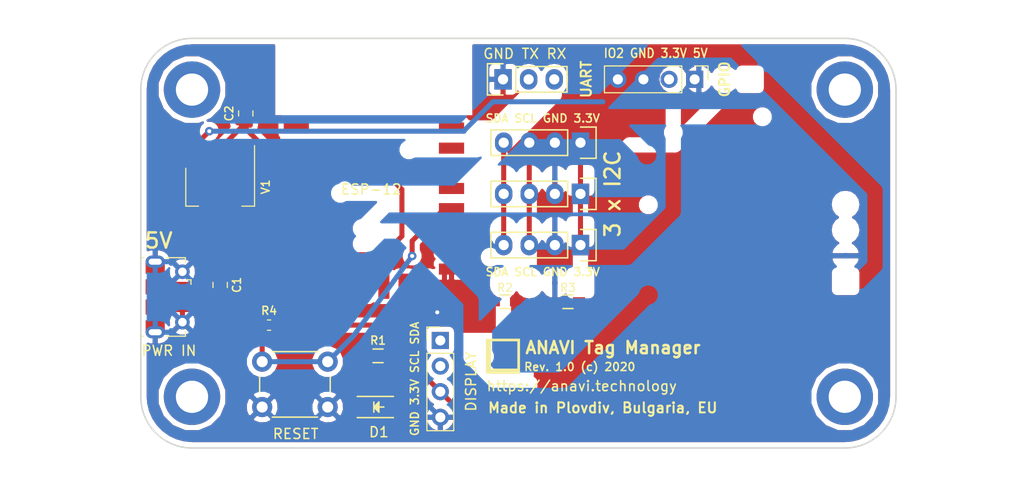
<source format=kicad_pcb>
(kicad_pcb (version 20171130) (host pcbnew 5.0.2-bee76a0~70~ubuntu18.04.1)

  (general
    (thickness 1.6)
    (drawings 21)
    (tracks 87)
    (zones 0)
    (modules 22)
    (nets 23)
  )

  (page A4)
  (layers
    (0 F.Cu signal)
    (31 B.Cu signal)
    (32 B.Adhes user)
    (33 F.Adhes user)
    (34 B.Paste user)
    (35 F.Paste user)
    (36 B.SilkS user)
    (37 F.SilkS user)
    (38 B.Mask user)
    (39 F.Mask user)
    (40 Dwgs.User user)
    (41 Cmts.User user)
    (42 Eco1.User user)
    (43 Eco2.User user)
    (44 Edge.Cuts user)
    (45 Margin user)
    (46 B.CrtYd user)
    (47 F.CrtYd user)
    (48 B.Fab user)
    (49 F.Fab user)
  )

  (setup
    (last_trace_width 0.254)
    (user_trace_width 0.254)
    (user_trace_width 0.5)
    (trace_clearance 0.254)
    (zone_clearance 0.508)
    (zone_45_only yes)
    (trace_min 0.2)
    (segment_width 0.2)
    (edge_width 0.15)
    (via_size 0.85)
    (via_drill 0.4)
    (via_min_size 0.4)
    (via_min_drill 0.3)
    (uvia_size 0.35)
    (uvia_drill 0.1)
    (uvias_allowed no)
    (uvia_min_size 0.2)
    (uvia_min_drill 0.1)
    (pcb_text_width 0.3)
    (pcb_text_size 1.5 1.5)
    (mod_edge_width 0.15)
    (mod_text_size 1 1)
    (mod_text_width 0.15)
    (pad_size 5.6 5.6)
    (pad_drill 3.2)
    (pad_to_mask_clearance 0.2)
    (solder_mask_min_width 0.25)
    (aux_axis_origin 0 0)
    (visible_elements FFFFFF7F)
    (pcbplotparams
      (layerselection 0x010fc_ffffffff)
      (usegerberextensions true)
      (usegerberattributes false)
      (usegerberadvancedattributes false)
      (creategerberjobfile false)
      (excludeedgelayer true)
      (linewidth 1.000000)
      (plotframeref false)
      (viasonmask false)
      (mode 1)
      (useauxorigin false)
      (hpglpennumber 1)
      (hpglpenspeed 20)
      (hpglpendiameter 15.000000)
      (psnegative false)
      (psa4output false)
      (plotreference true)
      (plotvalue true)
      (plotinvisibletext false)
      (padsonsilk false)
      (subtractmaskfromsilk false)
      (outputformat 1)
      (mirror false)
      (drillshape 0)
      (scaleselection 1)
      (outputdirectory "plots/anavi-gas-detector-r1.1/"))
  )

  (net 0 "")
  (net 1 "Net-(D1-Pad2)")
  (net 2 GND)
  (net 3 +3V3)
  (net 4 "Net-(ESP-12-Pad13)")
  (net 5 "Net-(ESP-12-Pad14)")
  (net 6 "Net-(ESP-12-Pad6)")
  (net 7 "Net-(ESP-12-Pad15)")
  (net 8 "Net-(ESP-12-Pad16)")
  (net 9 "Net-(ESP-12-Pad4)")
  (net 10 "Net-(ESP-12-Pad12)")
  (net 11 +5V)
  (net 12 "Net-(ESP-12-Pad11)")
  (net 13 "Net-(ESP-12-Pad1)")
  (net 14 "Net-(ESP-12-Pad2)")
  (net 15 "Net-(ESP-12-Pad5)")
  (net 16 "Net-(ESP-12-Pad7)")
  (net 17 "Net-(ESP-12-Pad17)")
  (net 18 "Net-(ESP-12-Pad18)")
  (net 19 "Net-(ESP-12-Pad19)")
  (net 20 "Net-(ESP-12-Pad20)")
  (net 21 "Net-(ESP-12-Pad21)")
  (net 22 "Net-(ESP-12-Pad22)")

  (net_class Default "This is the default net class."
    (clearance 0.254)
    (trace_width 0.5)
    (via_dia 0.85)
    (via_drill 0.4)
    (uvia_dia 0.35)
    (uvia_drill 0.1)
    (add_net +3V3)
    (add_net +5V)
    (add_net GND)
    (add_net "Net-(D1-Pad2)")
    (add_net "Net-(ESP-12-Pad1)")
    (add_net "Net-(ESP-12-Pad11)")
    (add_net "Net-(ESP-12-Pad12)")
    (add_net "Net-(ESP-12-Pad13)")
    (add_net "Net-(ESP-12-Pad14)")
    (add_net "Net-(ESP-12-Pad15)")
    (add_net "Net-(ESP-12-Pad16)")
    (add_net "Net-(ESP-12-Pad17)")
    (add_net "Net-(ESP-12-Pad18)")
    (add_net "Net-(ESP-12-Pad19)")
    (add_net "Net-(ESP-12-Pad2)")
    (add_net "Net-(ESP-12-Pad20)")
    (add_net "Net-(ESP-12-Pad21)")
    (add_net "Net-(ESP-12-Pad22)")
    (add_net "Net-(ESP-12-Pad4)")
    (add_net "Net-(ESP-12-Pad5)")
    (add_net "Net-(ESP-12-Pad6)")
    (add_net "Net-(ESP-12-Pad7)")
  )

  (net_class 12V ""
    (clearance 0.254)
    (trace_width 1.5)
    (via_dia 0.85)
    (via_drill 0.4)
    (uvia_dia 0.35)
    (uvia_drill 0.1)
  )

  (net_class usb ""
    (clearance 0.254)
    (trace_width 0.254)
    (via_dia 0.85)
    (via_drill 0.4)
    (uvia_dia 0.35)
    (uvia_drill 0.1)
  )

  (net_class vcc ""
    (clearance 0.254)
    (trace_width 1.5)
    (via_dia 0.85)
    (via_drill 0.4)
    (uvia_dia 0.35)
    (uvia_drill 0.1)
  )

  (module ESP-12E_SMD (layer F.Cu) (tedit 5AEAC490) (tstamp 5BA8EF65)
    (at 80.899 80.01)
    (descr "Module, ESP-8266, ESP-12, 16 pad, SMD")
    (tags "Module ESP-8266 ESP8266")
    (path /598AC515)
    (fp_text reference ESP-12 (at 6.731 6.096 180) (layer F.SilkS)
      (effects (font (size 1 1) (thickness 0.15)))
    )
    (fp_text value ESP-12E (at 5.08 6.35 90) (layer F.Fab) hide
      (effects (font (size 1 1) (thickness 0.15)))
    )
    (fp_line (start -2.25 -0.5) (end -2.25 -8.75) (layer F.CrtYd) (width 0.05))
    (fp_line (start -2.25 -8.75) (end 15.25 -8.75) (layer F.CrtYd) (width 0.05))
    (fp_line (start 15.25 -8.75) (end 16.25 -8.75) (layer F.CrtYd) (width 0.05))
    (fp_line (start 16.25 -8.75) (end 16.25 16) (layer F.CrtYd) (width 0.05))
    (fp_line (start 16.25 16) (end -2.25 16) (layer F.CrtYd) (width 0.05))
    (fp_line (start -2.25 16) (end -2.25 -0.5) (layer F.CrtYd) (width 0.05))
    (fp_line (start -1.016 -8.382) (end 14.986 -8.382) (layer F.CrtYd) (width 0.1524))
    (fp_line (start 14.986 -8.382) (end 14.986 -0.889) (layer F.CrtYd) (width 0.1524))
    (fp_line (start -1.016 -8.382) (end -1.016 -1.016) (layer F.CrtYd) (width 0.1524))
    (fp_line (start 14.992 -8.4) (end -1.008 -2.6) (layer F.CrtYd) (width 0.1524))
    (fp_line (start -1.008 -8.4) (end 14.992 -2.6) (layer F.CrtYd) (width 0.1524))
    (fp_text user "No Copper" (at 6.892 -5.4) (layer F.CrtYd)
      (effects (font (size 1 1) (thickness 0.15)))
    )
    (fp_line (start -1.008 -2.6) (end 14.992 -2.6) (layer F.CrtYd) (width 0.1524))
    (fp_line (start 15 -8.4) (end 15 15.6) (layer F.Fab) (width 0.05))
    (fp_line (start 14.992 15.6) (end -1.008 15.6) (layer F.Fab) (width 0.05))
    (fp_line (start -1.008 15.6) (end -1.008 -8.4) (layer F.Fab) (width 0.05))
    (fp_line (start -1.008 -8.4) (end 14.992 -8.4) (layer F.Fab) (width 0.05))
    (pad 1 smd rect (at 0 0) (size 2.5 1.1) (drill (offset -0.7 0)) (layers F.Cu F.Paste F.Mask)
      (net 13 "Net-(ESP-12-Pad1)"))
    (pad 2 smd rect (at 0 2) (size 2.5 1.1) (drill (offset -0.7 0)) (layers F.Cu F.Paste F.Mask)
      (net 14 "Net-(ESP-12-Pad2)"))
    (pad 3 smd rect (at 0 4) (size 2.5 1.1) (drill (offset -0.7 0)) (layers F.Cu F.Paste F.Mask)
      (net 3 +3V3))
    (pad 4 smd rect (at 0 6) (size 2.5 1.1) (drill (offset -0.7 0)) (layers F.Cu F.Paste F.Mask)
      (net 9 "Net-(ESP-12-Pad4)"))
    (pad 5 smd rect (at 0 8) (size 2.5 1.1) (drill (offset -0.7 0)) (layers F.Cu F.Paste F.Mask)
      (net 15 "Net-(ESP-12-Pad5)"))
    (pad 6 smd rect (at 0 10) (size 2.5 1.1) (drill (offset -0.7 0)) (layers F.Cu F.Paste F.Mask)
      (net 6 "Net-(ESP-12-Pad6)"))
    (pad 7 smd rect (at 0 12) (size 2.5 1.1) (drill (offset -0.7 0)) (layers F.Cu F.Paste F.Mask)
      (net 16 "Net-(ESP-12-Pad7)"))
    (pad 8 smd rect (at 0 14) (size 2.5 1.1) (drill (offset -0.7 0)) (layers F.Cu F.Paste F.Mask)
      (net 3 +3V3))
    (pad 9 smd rect (at 14 14) (size 2.5 1.1) (drill (offset 0.7 0)) (layers F.Cu F.Paste F.Mask)
      (net 2 GND))
    (pad 10 smd rect (at 14 12) (size 2.5 1.1) (drill (offset 0.7 0)) (layers F.Cu F.Paste F.Mask)
      (net 2 GND))
    (pad 11 smd rect (at 14 10) (size 2.5 1.1) (drill (offset 0.7 0)) (layers F.Cu F.Paste F.Mask)
      (net 12 "Net-(ESP-12-Pad11)"))
    (pad 12 smd rect (at 14 8) (size 2.5 1.1) (drill (offset 0.7 0)) (layers F.Cu F.Paste F.Mask)
      (net 10 "Net-(ESP-12-Pad12)"))
    (pad 13 smd rect (at 14 6) (size 2.5 1.1) (drill (offset 0.7 0)) (layers F.Cu F.Paste F.Mask)
      (net 4 "Net-(ESP-12-Pad13)"))
    (pad 14 smd rect (at 14 4) (size 2.5 1.1) (drill (offset 0.7 0)) (layers F.Cu F.Paste F.Mask)
      (net 5 "Net-(ESP-12-Pad14)"))
    (pad 15 smd rect (at 14 2) (size 2.5 1.1) (drill (offset 0.7 0)) (layers F.Cu F.Paste F.Mask)
      (net 7 "Net-(ESP-12-Pad15)"))
    (pad 16 smd rect (at 14 0) (size 2.5 1.1) (drill (offset 0.7 0)) (layers F.Cu F.Paste F.Mask)
      (net 8 "Net-(ESP-12-Pad16)"))
    (pad 17 smd rect (at 1.99 15 90) (size 2.5 1.1) (drill (offset -0.7 0)) (layers F.Cu F.Paste F.Mask)
      (net 17 "Net-(ESP-12-Pad17)"))
    (pad 18 smd rect (at 3.99 15 90) (size 2.5 1.1) (drill (offset -0.7 0)) (layers F.Cu F.Paste F.Mask)
      (net 18 "Net-(ESP-12-Pad18)"))
    (pad 19 smd rect (at 5.99 15 90) (size 2.5 1.1) (drill (offset -0.7 0)) (layers F.Cu F.Paste F.Mask)
      (net 19 "Net-(ESP-12-Pad19)"))
    (pad 20 smd rect (at 7.99 15 90) (size 2.5 1.1) (drill (offset -0.7 0)) (layers F.Cu F.Paste F.Mask)
      (net 20 "Net-(ESP-12-Pad20)"))
    (pad 21 smd rect (at 9.99 15 90) (size 2.5 1.1) (drill (offset -0.7 0)) (layers F.Cu F.Paste F.Mask)
      (net 21 "Net-(ESP-12-Pad21)"))
    (pad 22 smd rect (at 11.99 15 90) (size 2.5 1.1) (drill (offset -0.7 0)) (layers F.Cu F.Paste F.Mask)
      (net 22 "Net-(ESP-12-Pad22)"))
    (model ${ESPLIB}/ESP8266.3dshapes/ESP-12.wrl
      (at (xyz 0 0 0))
      (scale (xyz 0.3937 0.3937 0.3937))
      (rotate (xyz 0 0 0))
    )
  )

  (module Pin_Headers:Pin_Header_Straight_1x04 (layer F.Cu) (tedit 598C067A) (tstamp 5BA8F36B)
    (at 108.3945 81.467 270)
    (descr "Through hole pin header")
    (tags "pin header")
    (path /598AD681)
    (fp_text reference U3 (at 0 -5.1 270) (layer F.SilkS) hide
      (effects (font (size 1 1) (thickness 0.15)))
    )
    (fp_text value I2C_SENS_1 (at 0 -3.1 270) (layer F.Fab) hide
      (effects (font (size 1 1) (thickness 0.15)))
    )
    (fp_line (start -1.75 -1.75) (end -1.75 9.4) (layer F.CrtYd) (width 0.05))
    (fp_line (start 1.75 -1.75) (end 1.75 9.4) (layer F.CrtYd) (width 0.05))
    (fp_line (start -1.75 -1.75) (end 1.75 -1.75) (layer F.CrtYd) (width 0.05))
    (fp_line (start -1.75 9.4) (end 1.75 9.4) (layer F.CrtYd) (width 0.05))
    (fp_line (start -1.27 1.27) (end -1.27 8.89) (layer F.SilkS) (width 0.15))
    (fp_line (start 1.27 1.27) (end 1.27 8.89) (layer F.SilkS) (width 0.15))
    (fp_line (start 1.55 -1.55) (end 1.55 0) (layer F.SilkS) (width 0.15))
    (fp_line (start -1.27 8.89) (end 1.27 8.89) (layer F.SilkS) (width 0.15))
    (fp_line (start 1.27 1.27) (end -1.27 1.27) (layer F.SilkS) (width 0.15))
    (fp_line (start -1.55 0) (end -1.55 -1.55) (layer F.SilkS) (width 0.15))
    (fp_line (start -1.55 -1.55) (end 1.55 -1.55) (layer F.SilkS) (width 0.15))
    (pad 1 thru_hole rect (at 0 0 270) (size 2.032 1.7272) (drill 1.016) (layers *.Cu *.Mask)
      (net 3 +3V3))
    (pad 2 thru_hole oval (at 0 2.54 270) (size 2.032 1.7272) (drill 1.016) (layers *.Cu *.Mask)
      (net 2 GND))
    (pad 3 thru_hole oval (at 0 5.08 270) (size 2.032 1.7272) (drill 1.016) (layers *.Cu *.Mask)
      (net 5 "Net-(ESP-12-Pad14)"))
    (pad 4 thru_hole oval (at 0 7.62 270) (size 2.032 1.7272) (drill 1.016) (layers *.Cu *.Mask)
      (net 4 "Net-(ESP-12-Pad13)"))
    (model Pin_Headers.3dshapes/Pin_Header_Straight_1x04.wrl
      (offset (xyz 0 -3.809999942779541 0))
      (scale (xyz 1 1 1))
      (rotate (xyz 0 0 90))
    )
  )

  (module Mounting_Holes:MountingHole_3.2mm_M3_DIN965_Pad (layer F.Cu) (tedit 598CCB59) (tstamp 599001D4)
    (at 69.85 106.68)
    (descr "Mounting Hole 3.2mm, M3, DIN965")
    (tags "mounting hole 3.2mm m3 din965")
    (fp_text reference REF** (at 0 -3.8) (layer F.SilkS) hide
      (effects (font (size 1 1) (thickness 0.15)))
    )
    (fp_text value MountingHole_3.2mm_M3_DIN965_Pad (at 0 3.8) (layer F.Fab) hide
      (effects (font (size 1 1) (thickness 0.15)))
    )
    (fp_circle (center 0 0) (end 2.8 0) (layer Cmts.User) (width 0.15))
    (fp_circle (center 0 0) (end 3.05 0) (layer F.CrtYd) (width 0.05))
    (pad 4 thru_hole circle (at 0 0) (size 5.6 5.6) (drill 3.2) (layers *.Cu *.Mask))
  )

  (module LEDs:LED_1206 (layer F.Cu) (tedit 5AF0B2B3) (tstamp 598AECB1)
    (at 88.392 107.696)
    (descr "LED 1206 smd package")
    (tags "LED1206 SMD")
    (path /598AC94C)
    (attr smd)
    (fp_text reference D1 (at 0 2.4892) (layer F.SilkS)
      (effects (font (size 1 1) (thickness 0.15)))
    )
    (fp_text value LED (at 0 2) (layer F.Fab) hide
      (effects (font (size 1 1) (thickness 0.15)))
    )
    (fp_line (start -0.5 -0.5) (end -0.5 0.5) (layer F.Fab) (width 0.15))
    (fp_line (start -0.5 0) (end 0 -0.5) (layer F.Fab) (width 0.15))
    (fp_line (start 0 0.5) (end -0.5 0) (layer F.Fab) (width 0.15))
    (fp_line (start 0 -0.5) (end 0 0.5) (layer F.Fab) (width 0.15))
    (fp_line (start -1.6 0.8) (end -1.6 -0.8) (layer F.Fab) (width 0.15))
    (fp_line (start 1.6 0.8) (end -1.6 0.8) (layer F.Fab) (width 0.15))
    (fp_line (start 1.6 -0.8) (end 1.6 0.8) (layer F.Fab) (width 0.15))
    (fp_line (start -1.6 -0.8) (end 1.6 -0.8) (layer F.Fab) (width 0.15))
    (fp_line (start -2.15 1.05) (end 1.45 1.05) (layer F.SilkS) (width 0.15))
    (fp_line (start -2.15 -1.05) (end 1.45 -1.05) (layer F.SilkS) (width 0.15))
    (fp_line (start -0.1 -0.3) (end -0.1 0.3) (layer F.SilkS) (width 0.15))
    (fp_line (start -0.1 0.3) (end -0.4 0) (layer F.SilkS) (width 0.15))
    (fp_line (start -0.4 0) (end -0.2 -0.2) (layer F.SilkS) (width 0.15))
    (fp_line (start -0.2 -0.2) (end -0.2 0.05) (layer F.SilkS) (width 0.15))
    (fp_line (start -0.2 0.05) (end -0.25 0) (layer F.SilkS) (width 0.15))
    (fp_line (start -0.5 -0.5) (end -0.5 0.5) (layer F.SilkS) (width 0.15))
    (fp_line (start 0 0) (end 0.5 0) (layer F.SilkS) (width 0.15))
    (fp_line (start -0.5 0) (end 0 -0.5) (layer F.SilkS) (width 0.15))
    (fp_line (start 0 -0.5) (end 0 0.5) (layer F.SilkS) (width 0.15))
    (fp_line (start 0 0.5) (end -0.5 0) (layer F.SilkS) (width 0.15))
    (fp_line (start 2.5 -1.25) (end -2.5 -1.25) (layer F.CrtYd) (width 0.05))
    (fp_line (start -2.5 -1.25) (end -2.5 1.25) (layer F.CrtYd) (width 0.05))
    (fp_line (start -2.5 1.25) (end 2.5 1.25) (layer F.CrtYd) (width 0.05))
    (fp_line (start 2.5 1.25) (end 2.5 -1.25) (layer F.CrtYd) (width 0.05))
    (pad 2 smd rect (at 1.41986 0 180) (size 1.59766 1.80086) (layers F.Cu F.Paste F.Mask)
      (net 1 "Net-(D1-Pad2)"))
    (pad 1 smd rect (at -1.41986 0 180) (size 1.59766 1.80086) (layers F.Cu F.Paste F.Mask)
      (net 2 GND))
    (model LEDs.3dshapes/LED_1206.wrl
      (at (xyz 0 0 0))
      (scale (xyz 1 1 1))
      (rotate (xyz 0 0 180))
    )
  )

  (module Pin_Headers:Pin_Header_Straight_1x03 (layer F.Cu) (tedit 598C0697) (tstamp 5BA8F3A6)
    (at 100.711 75.184 90)
    (descr "Through hole pin header")
    (tags "pin header")
    (path /598AC863)
    (fp_text reference P1 (at 0 -5.1 90) (layer F.SilkS) hide
      (effects (font (size 1 1) (thickness 0.15)))
    )
    (fp_text value CONN_01X03 (at 0 -3.1 90) (layer F.Fab) hide
      (effects (font (size 1 1) (thickness 0.15)))
    )
    (fp_line (start -1.75 -1.75) (end -1.75 6.85) (layer F.CrtYd) (width 0.05))
    (fp_line (start 1.75 -1.75) (end 1.75 6.85) (layer F.CrtYd) (width 0.05))
    (fp_line (start -1.75 -1.75) (end 1.75 -1.75) (layer F.CrtYd) (width 0.05))
    (fp_line (start -1.75 6.85) (end 1.75 6.85) (layer F.CrtYd) (width 0.05))
    (fp_line (start -1.27 1.27) (end -1.27 6.35) (layer F.SilkS) (width 0.15))
    (fp_line (start -1.27 6.35) (end 1.27 6.35) (layer F.SilkS) (width 0.15))
    (fp_line (start 1.27 6.35) (end 1.27 1.27) (layer F.SilkS) (width 0.15))
    (fp_line (start 1.55 -1.55) (end 1.55 0) (layer F.SilkS) (width 0.15))
    (fp_line (start 1.27 1.27) (end -1.27 1.27) (layer F.SilkS) (width 0.15))
    (fp_line (start -1.55 0) (end -1.55 -1.55) (layer F.SilkS) (width 0.15))
    (fp_line (start -1.55 -1.55) (end 1.55 -1.55) (layer F.SilkS) (width 0.15))
    (pad 1 thru_hole rect (at 0 0 90) (size 2.032 1.7272) (drill 1.016) (layers *.Cu *.Mask)
      (net 2 GND))
    (pad 2 thru_hole oval (at 0 2.54 90) (size 2.032 1.7272) (drill 1.016) (layers *.Cu *.Mask)
      (net 8 "Net-(ESP-12-Pad16)"))
    (pad 3 thru_hole oval (at 0 5.08 90) (size 2.032 1.7272) (drill 1.016) (layers *.Cu *.Mask)
      (net 7 "Net-(ESP-12-Pad15)"))
    (model Pin_Headers.3dshapes/Pin_Header_Straight_1x03.wrl
      (offset (xyz 0 -2.539999961853027 0))
      (scale (xyz 1 1 1))
      (rotate (xyz 0 0 90))
    )
  )

  (module Resistors_SMD:R_0603_HandSoldering (layer F.Cu) (tedit 5BA96B24) (tstamp 598AED39)
    (at 88.308 102.616)
    (descr "Resistor SMD 0603, hand soldering")
    (tags "resistor 0603")
    (path /598ADC31)
    (attr smd)
    (fp_text reference R1 (at 0 -1.524) (layer F.SilkS)
      (effects (font (size 0.8 0.8) (thickness 0.15)))
    )
    (fp_text value 68R (at 0.1348 1.7272) (layer F.Fab)
      (effects (font (size 1 1) (thickness 0.15)))
    )
    (fp_line (start -0.8 0.4) (end -0.8 -0.4) (layer F.Fab) (width 0.1))
    (fp_line (start 0.8 0.4) (end -0.8 0.4) (layer F.Fab) (width 0.1))
    (fp_line (start 0.8 -0.4) (end 0.8 0.4) (layer F.Fab) (width 0.1))
    (fp_line (start -0.8 -0.4) (end 0.8 -0.4) (layer F.Fab) (width 0.1))
    (fp_line (start -2 -0.8) (end 2 -0.8) (layer F.CrtYd) (width 0.05))
    (fp_line (start -2 0.8) (end 2 0.8) (layer F.CrtYd) (width 0.05))
    (fp_line (start -2 -0.8) (end -2 0.8) (layer F.CrtYd) (width 0.05))
    (fp_line (start 2 -0.8) (end 2 0.8) (layer F.CrtYd) (width 0.05))
    (fp_line (start 0.5 0.675) (end -0.5 0.675) (layer F.SilkS) (width 0.15))
    (fp_line (start -0.5 -0.675) (end 0.5 -0.675) (layer F.SilkS) (width 0.15))
    (pad 1 smd rect (at -1.1 0) (size 1.2 0.9) (layers F.Cu F.Paste F.Mask)
      (net 9 "Net-(ESP-12-Pad4)"))
    (pad 2 smd rect (at 1.1 0) (size 1.2 0.9) (layers F.Cu F.Paste F.Mask)
      (net 1 "Net-(D1-Pad2)"))
    (model Resistors_SMD.3dshapes/R_0603_HandSoldering.wrl
      (at (xyz 0 0 0))
      (scale (xyz 1 1 1))
      (rotate (xyz 0 0 0))
    )
  )

  (module Resistors_SMD:R_0603_HandSoldering (layer F.Cu) (tedit 5BA96B45) (tstamp 5BA8F2F3)
    (at 100.9 97.25 180)
    (descr "Resistor SMD 0603, hand soldering")
    (tags "resistor 0603")
    (path /598ADBC1)
    (attr smd)
    (fp_text reference R2 (at 0 1.397 180) (layer F.SilkS)
      (effects (font (size 0.8 0.8) (thickness 0.1)))
    )
    (fp_text value 4,7K (at 0.084 1.524 180) (layer F.Fab)
      (effects (font (size 1 1) (thickness 0.15)))
    )
    (fp_line (start -0.5 -0.675) (end 0.5 -0.675) (layer F.SilkS) (width 0.15))
    (fp_line (start 0.5 0.675) (end -0.5 0.675) (layer F.SilkS) (width 0.15))
    (fp_line (start 2 -0.8) (end 2 0.8) (layer F.CrtYd) (width 0.05))
    (fp_line (start -2 -0.8) (end -2 0.8) (layer F.CrtYd) (width 0.05))
    (fp_line (start -2 0.8) (end 2 0.8) (layer F.CrtYd) (width 0.05))
    (fp_line (start -2 -0.8) (end 2 -0.8) (layer F.CrtYd) (width 0.05))
    (fp_line (start -0.8 -0.4) (end 0.8 -0.4) (layer F.Fab) (width 0.1))
    (fp_line (start 0.8 -0.4) (end 0.8 0.4) (layer F.Fab) (width 0.1))
    (fp_line (start 0.8 0.4) (end -0.8 0.4) (layer F.Fab) (width 0.1))
    (fp_line (start -0.8 0.4) (end -0.8 -0.4) (layer F.Fab) (width 0.1))
    (pad 2 smd rect (at 1.1 0 180) (size 1.2 0.9) (layers F.Cu F.Paste F.Mask)
      (net 4 "Net-(ESP-12-Pad13)"))
    (pad 1 smd rect (at -1.1 0 180) (size 1.2 0.9) (layers F.Cu F.Paste F.Mask)
      (net 3 +3V3))
    (model Resistors_SMD.3dshapes/R_0603_HandSoldering.wrl
      (at (xyz 0 0 0))
      (scale (xyz 1 1 1))
      (rotate (xyz 0 0 0))
    )
  )

  (module Resistors_SMD:R_0603_HandSoldering (layer F.Cu) (tedit 5BA96B70) (tstamp 5BA8F28D)
    (at 107.15 97.25 180)
    (descr "Resistor SMD 0603, hand soldering")
    (tags "resistor 0603")
    (path /598ADBF6)
    (attr smd)
    (fp_text reference R3 (at 0 1.397 180) (layer F.SilkS)
      (effects (font (size 0.8 0.8) (thickness 0.1)))
    )
    (fp_text value 4,7K (at 0 1.27 180) (layer F.Fab)
      (effects (font (size 1 1) (thickness 0.15)))
    )
    (fp_line (start -0.8 0.4) (end -0.8 -0.4) (layer F.Fab) (width 0.1))
    (fp_line (start 0.8 0.4) (end -0.8 0.4) (layer F.Fab) (width 0.1))
    (fp_line (start 0.8 -0.4) (end 0.8 0.4) (layer F.Fab) (width 0.1))
    (fp_line (start -0.8 -0.4) (end 0.8 -0.4) (layer F.Fab) (width 0.1))
    (fp_line (start -2 -0.8) (end 2 -0.8) (layer F.CrtYd) (width 0.05))
    (fp_line (start -2 0.8) (end 2 0.8) (layer F.CrtYd) (width 0.05))
    (fp_line (start -2 -0.8) (end -2 0.8) (layer F.CrtYd) (width 0.05))
    (fp_line (start 2 -0.8) (end 2 0.8) (layer F.CrtYd) (width 0.05))
    (fp_line (start 0.5 0.675) (end -0.5 0.675) (layer F.SilkS) (width 0.15))
    (fp_line (start -0.5 -0.675) (end 0.5 -0.675) (layer F.SilkS) (width 0.15))
    (pad 1 smd rect (at -1.1 0 180) (size 1.2 0.9) (layers F.Cu F.Paste F.Mask)
      (net 3 +3V3))
    (pad 2 smd rect (at 1.1 0 180) (size 1.2 0.9) (layers F.Cu F.Paste F.Mask)
      (net 5 "Net-(ESP-12-Pad14)"))
    (model Resistors_SMD.3dshapes/R_0603_HandSoldering.wrl
      (at (xyz 0 0 0))
      (scale (xyz 1 1 1))
      (rotate (xyz 0 0 0))
    )
  )

  (module Buttons_Switches_ThroughHole:SW_PUSH_6mm_h4.3mm (layer F.Cu) (tedit 5BA48320) (tstamp 598AED77)
    (at 83.312 107.696 180)
    (descr "tactile push button, 6x6mm e.g. PHAP33xx series, height=4.3mm")
    (tags "tact sw push 6mm")
    (path /598B559F)
    (fp_text reference RESET (at 3.175 -2.667) (layer F.SilkS)
      (effects (font (size 1 1) (thickness 0.15)))
    )
    (fp_text value SW_DIP_x01 (at 3.75 6.7 180) (layer F.Fab) hide
      (effects (font (size 1 1) (thickness 0.15)))
    )
    (fp_line (start 3.25 -0.75) (end 6.25 -0.75) (layer F.Fab) (width 0.1))
    (fp_line (start 6.25 -0.75) (end 6.25 5.25) (layer F.Fab) (width 0.1))
    (fp_line (start 6.25 5.25) (end 0.25 5.25) (layer F.Fab) (width 0.1))
    (fp_line (start 0.25 5.25) (end 0.25 -0.75) (layer F.Fab) (width 0.1))
    (fp_line (start 0.25 -0.75) (end 3.25 -0.75) (layer F.Fab) (width 0.1))
    (fp_line (start 7.75 6) (end 8 6) (layer F.CrtYd) (width 0.05))
    (fp_line (start 8 6) (end 8 5.75) (layer F.CrtYd) (width 0.05))
    (fp_line (start 7.75 -1.5) (end 8 -1.5) (layer F.CrtYd) (width 0.05))
    (fp_line (start 8 -1.5) (end 8 -1.25) (layer F.CrtYd) (width 0.05))
    (fp_line (start -1.5 -1.25) (end -1.5 -1.5) (layer F.CrtYd) (width 0.05))
    (fp_line (start -1.5 -1.5) (end -1.25 -1.5) (layer F.CrtYd) (width 0.05))
    (fp_line (start -1.5 5.75) (end -1.5 6) (layer F.CrtYd) (width 0.05))
    (fp_line (start -1.5 6) (end -1.25 6) (layer F.CrtYd) (width 0.05))
    (fp_line (start -1.25 -1.5) (end 7.75 -1.5) (layer F.CrtYd) (width 0.05))
    (fp_line (start -1.5 5.75) (end -1.5 -1.25) (layer F.CrtYd) (width 0.05))
    (fp_line (start 7.75 6) (end -1.25 6) (layer F.CrtYd) (width 0.05))
    (fp_line (start 8 -1.25) (end 8 5.75) (layer F.CrtYd) (width 0.05))
    (fp_line (start 1 5.5) (end 5.5 5.5) (layer F.SilkS) (width 0.15))
    (fp_line (start -0.25 1.5) (end -0.25 3) (layer F.SilkS) (width 0.15))
    (fp_line (start 5.5 -1) (end 1 -1) (layer F.SilkS) (width 0.15))
    (fp_line (start 6.75 3) (end 6.75 1.5) (layer F.SilkS) (width 0.15))
    (fp_circle (center 3.25 2.25) (end 1.25 2.5) (layer F.Fab) (width 0.1))
    (pad 2 thru_hole circle (at 0 4.5 270) (size 2 2) (drill 1.1) (layers *.Cu *.Mask)
      (net 10 "Net-(ESP-12-Pad12)"))
    (pad 1 thru_hole circle (at 0 0 270) (size 2 2) (drill 1.1) (layers *.Cu *.Mask)
      (net 2 GND))
    (pad 2 thru_hole circle (at 6.5 4.5 270) (size 2 2) (drill 1.1) (layers *.Cu *.Mask)
      (net 10 "Net-(ESP-12-Pad12)"))
    (pad 1 thru_hole circle (at 6.5 0 270) (size 2 2) (drill 1.1) (layers *.Cu *.Mask)
      (net 2 GND))
    (model Buttons_Switches_ThroughHole.3dshapes/SW_PUSH_6mm_h4.3mm.wrl
      (offset (xyz 0.1269999980926514 0 0))
      (scale (xyz 0.3937 0.3937 0.3937))
      (rotate (xyz 0 0 0))
    )
  )

  (module Pin_Headers:Pin_Header_Straight_1x04 (layer F.Cu) (tedit 598C0680) (tstamp 5BA8F329)
    (at 108.3945 91.627 270)
    (descr "Through hole pin header")
    (tags "pin header")
    (path /598AD5F1)
    (fp_text reference U1 (at 0 -5.1 270) (layer F.SilkS) hide
      (effects (font (size 1 1) (thickness 0.15)))
    )
    (fp_text value I2C_SENS_1 (at 0 -3.1 270) (layer F.Fab) hide
      (effects (font (size 1 1) (thickness 0.15)))
    )
    (fp_line (start -1.75 -1.75) (end -1.75 9.4) (layer F.CrtYd) (width 0.05))
    (fp_line (start 1.75 -1.75) (end 1.75 9.4) (layer F.CrtYd) (width 0.05))
    (fp_line (start -1.75 -1.75) (end 1.75 -1.75) (layer F.CrtYd) (width 0.05))
    (fp_line (start -1.75 9.4) (end 1.75 9.4) (layer F.CrtYd) (width 0.05))
    (fp_line (start -1.27 1.27) (end -1.27 8.89) (layer F.SilkS) (width 0.15))
    (fp_line (start 1.27 1.27) (end 1.27 8.89) (layer F.SilkS) (width 0.15))
    (fp_line (start 1.55 -1.55) (end 1.55 0) (layer F.SilkS) (width 0.15))
    (fp_line (start -1.27 8.89) (end 1.27 8.89) (layer F.SilkS) (width 0.15))
    (fp_line (start 1.27 1.27) (end -1.27 1.27) (layer F.SilkS) (width 0.15))
    (fp_line (start -1.55 0) (end -1.55 -1.55) (layer F.SilkS) (width 0.15))
    (fp_line (start -1.55 -1.55) (end 1.55 -1.55) (layer F.SilkS) (width 0.15))
    (pad 1 thru_hole rect (at 0 0 270) (size 2.032 1.7272) (drill 1.016) (layers *.Cu *.Mask)
      (net 3 +3V3))
    (pad 2 thru_hole oval (at 0 2.54 270) (size 2.032 1.7272) (drill 1.016) (layers *.Cu *.Mask)
      (net 2 GND))
    (pad 3 thru_hole oval (at 0 5.08 270) (size 2.032 1.7272) (drill 1.016) (layers *.Cu *.Mask)
      (net 5 "Net-(ESP-12-Pad14)"))
    (pad 4 thru_hole oval (at 0 7.62 270) (size 2.032 1.7272) (drill 1.016) (layers *.Cu *.Mask)
      (net 4 "Net-(ESP-12-Pad13)"))
    (model Pin_Headers.3dshapes/Pin_Header_Straight_1x04.wrl
      (offset (xyz 0 -3.809999942779541 0))
      (scale (xyz 1 1 1))
      (rotate (xyz 0 0 90))
    )
  )

  (module Pin_Headers:Pin_Header_Straight_1x04 (layer F.Cu) (tedit 598C067C) (tstamp 5BA8F2BD)
    (at 108.3945 86.547 270)
    (descr "Through hole pin header")
    (tags "pin header")
    (path /598AD642)
    (fp_text reference U2 (at 0 -5.1 270) (layer F.SilkS) hide
      (effects (font (size 1 1) (thickness 0.15)))
    )
    (fp_text value I2C_SENS_1 (at 0 -3.1 270) (layer F.Fab) hide
      (effects (font (size 1 1) (thickness 0.15)))
    )
    (fp_line (start -1.75 -1.75) (end -1.75 9.4) (layer F.CrtYd) (width 0.05))
    (fp_line (start 1.75 -1.75) (end 1.75 9.4) (layer F.CrtYd) (width 0.05))
    (fp_line (start -1.75 -1.75) (end 1.75 -1.75) (layer F.CrtYd) (width 0.05))
    (fp_line (start -1.75 9.4) (end 1.75 9.4) (layer F.CrtYd) (width 0.05))
    (fp_line (start -1.27 1.27) (end -1.27 8.89) (layer F.SilkS) (width 0.15))
    (fp_line (start 1.27 1.27) (end 1.27 8.89) (layer F.SilkS) (width 0.15))
    (fp_line (start 1.55 -1.55) (end 1.55 0) (layer F.SilkS) (width 0.15))
    (fp_line (start -1.27 8.89) (end 1.27 8.89) (layer F.SilkS) (width 0.15))
    (fp_line (start 1.27 1.27) (end -1.27 1.27) (layer F.SilkS) (width 0.15))
    (fp_line (start -1.55 0) (end -1.55 -1.55) (layer F.SilkS) (width 0.15))
    (fp_line (start -1.55 -1.55) (end 1.55 -1.55) (layer F.SilkS) (width 0.15))
    (pad 1 thru_hole rect (at 0 0 270) (size 2.032 1.7272) (drill 1.016) (layers *.Cu *.Mask)
      (net 3 +3V3))
    (pad 2 thru_hole oval (at 0 2.54 270) (size 2.032 1.7272) (drill 1.016) (layers *.Cu *.Mask)
      (net 2 GND))
    (pad 3 thru_hole oval (at 0 5.08 270) (size 2.032 1.7272) (drill 1.016) (layers *.Cu *.Mask)
      (net 5 "Net-(ESP-12-Pad14)"))
    (pad 4 thru_hole oval (at 0 7.62 270) (size 2.032 1.7272) (drill 1.016) (layers *.Cu *.Mask)
      (net 4 "Net-(ESP-12-Pad13)"))
    (model Pin_Headers.3dshapes/Pin_Header_Straight_1x04.wrl
      (offset (xyz 0 -3.809999942779541 0))
      (scale (xyz 1 1 1))
      (rotate (xyz 0 0 90))
    )
  )

  (module logo:anavi-logo (layer F.Cu) (tedit 0) (tstamp 5BA3C463)
    (at 100.7 102.6962)
    (fp_text reference G*** (at 0 0) (layer F.SilkS) hide
      (effects (font (size 1.524 1.524) (thickness 0.3)))
    )
    (fp_text value LOGO (at 0.75 0) (layer F.SilkS) hide
      (effects (font (size 1.524 1.524) (thickness 0.3)))
    )
    (fp_poly (pts (xy 1.693334 1.693334) (xy -1.693333 1.693334) (xy -1.693333 -1.524) (xy -1.185333 -1.524)
      (xy -1.185333 1.185334) (xy 1.439334 1.185334) (xy 1.439334 -1.524) (xy -1.185333 -1.524)
      (xy -1.693333 -1.524) (xy -1.693333 -1.778) (xy 1.693334 -1.778) (xy 1.693334 1.693334)) (layer F.SilkS) (width 0.01))
  )

  (module Mounting_Holes:MountingHole_3.2mm_M3_DIN965_Pad (layer F.Cu) (tedit 598CCB4F) (tstamp 59900192)
    (at 134.62 76.2)
    (descr "Mounting Hole 3.2mm, M3, DIN965")
    (tags "mounting hole 3.2mm m3 din965")
    (fp_text reference REF** (at 0 -3.8) (layer F.SilkS) hide
      (effects (font (size 1 1) (thickness 0.15)))
    )
    (fp_text value MountingHole_3.2mm_M3_DIN965_Pad (at 0 3.8) (layer F.Fab) hide
      (effects (font (size 1 1) (thickness 0.15)))
    )
    (fp_circle (center 0 0) (end 2.8 0) (layer Cmts.User) (width 0.15))
    (fp_circle (center 0 0) (end 3.05 0) (layer F.CrtYd) (width 0.05))
    (pad 2 thru_hole circle (at 0 0) (size 5.6 5.6) (drill 3.2) (layers *.Cu *.Mask))
  )

  (module Mounting_Holes:MountingHole_3.2mm_M3_DIN965_Pad (layer F.Cu) (tedit 598CCB4B) (tstamp 599001B2)
    (at 69.85 76.2)
    (descr "Mounting Hole 3.2mm, M3, DIN965")
    (tags "mounting hole 3.2mm m3 din965")
    (fp_text reference REF** (at 0 -3.8) (layer F.SilkS) hide
      (effects (font (size 1 1) (thickness 0.15)))
    )
    (fp_text value MountingHole_3.2mm_M3_DIN965_Pad (at 0 3.8) (layer F.Fab) hide
      (effects (font (size 1 1) (thickness 0.15)))
    )
    (fp_circle (center 0 0) (end 2.8 0) (layer Cmts.User) (width 0.15))
    (fp_circle (center 0 0) (end 3.05 0) (layer F.CrtYd) (width 0.05))
    (pad 1 thru_hole circle (at 0 0) (size 5.6 5.6) (drill 3.2) (layers *.Cu *.Mask))
  )

  (module Mounting_Holes:MountingHole_3.2mm_M3_DIN965_Pad (layer F.Cu) (tedit 598CCB55) (tstamp 599001F4)
    (at 134.62 106.68)
    (descr "Mounting Hole 3.2mm, M3, DIN965")
    (tags "mounting hole 3.2mm m3 din965")
    (fp_text reference REF** (at 0 -3.8) (layer F.SilkS) hide
      (effects (font (size 1 1) (thickness 0.15)))
    )
    (fp_text value MountingHole_3.2mm_M3_DIN965_Pad (at 0 3.8) (layer F.Fab) hide
      (effects (font (size 1 1) (thickness 0.15)))
    )
    (fp_circle (center 0 0) (end 2.8 0) (layer Cmts.User) (width 0.15))
    (fp_circle (center 0 0) (end 3.05 0) (layer F.CrtYd) (width 0.05))
    (pad 3 thru_hole circle (at 0 0) (size 5.6 5.6) (drill 3.2) (layers *.Cu *.Mask))
  )

  (module Connector_USB:USB_Micro-B_Molex-105017-0001 (layer F.Cu) (tedit 5BA483A8) (tstamp 5BA8DF26)
    (at 67.437 96.774 270)
    (descr http://www.molex.com/pdm_docs/sd/1050170001_sd.pdf)
    (tags "Micro-USB SMD Typ-B")
    (path /5BA451A0)
    (attr smd)
    (fp_text reference "PWR IN" (at 5.334 -0.127) (layer F.SilkS)
      (effects (font (size 1 1) (thickness 0.15)))
    )
    (fp_text value USB_B_Micro (at 0.3 4.3375 270) (layer F.Fab)
      (effects (font (size 1 1) (thickness 0.15)))
    )
    (fp_text user "PCB Edge" (at 0 2.6875 270) (layer Dwgs.User)
      (effects (font (size 0.5 0.5) (thickness 0.08)))
    )
    (fp_text user %R (at 0 0.8875 270) (layer F.Fab)
      (effects (font (size 1 1) (thickness 0.15)))
    )
    (fp_line (start -4.4 3.64) (end 4.4 3.64) (layer F.CrtYd) (width 0.05))
    (fp_line (start 4.4 -2.46) (end 4.4 3.64) (layer F.CrtYd) (width 0.05))
    (fp_line (start -4.4 -2.46) (end 4.4 -2.46) (layer F.CrtYd) (width 0.05))
    (fp_line (start -4.4 3.64) (end -4.4 -2.46) (layer F.CrtYd) (width 0.05))
    (fp_line (start -3.9 -1.7625) (end -3.45 -1.7625) (layer F.SilkS) (width 0.12))
    (fp_line (start -3.9 0.0875) (end -3.9 -1.7625) (layer F.SilkS) (width 0.12))
    (fp_line (start 3.9 2.6375) (end 3.9 2.3875) (layer F.SilkS) (width 0.12))
    (fp_line (start 3.75 3.3875) (end 3.75 -1.6125) (layer F.Fab) (width 0.1))
    (fp_line (start -3 2.689204) (end 3 2.689204) (layer F.Fab) (width 0.1))
    (fp_line (start -3.75 3.389204) (end 3.75 3.389204) (layer F.Fab) (width 0.1))
    (fp_line (start -3.75 -1.6125) (end 3.75 -1.6125) (layer F.Fab) (width 0.1))
    (fp_line (start -3.75 3.3875) (end -3.75 -1.6125) (layer F.Fab) (width 0.1))
    (fp_line (start -3.9 2.6375) (end -3.9 2.3875) (layer F.SilkS) (width 0.12))
    (fp_line (start 3.9 0.0875) (end 3.9 -1.7625) (layer F.SilkS) (width 0.12))
    (fp_line (start 3.9 -1.7625) (end 3.45 -1.7625) (layer F.SilkS) (width 0.12))
    (fp_line (start -1.7 -2.3125) (end -1.25 -2.3125) (layer F.SilkS) (width 0.12))
    (fp_line (start -1.7 -2.3125) (end -1.7 -1.8625) (layer F.SilkS) (width 0.12))
    (fp_line (start -1.3 -1.7125) (end -1.5 -1.9125) (layer F.Fab) (width 0.1))
    (fp_line (start -1.1 -1.9125) (end -1.3 -1.7125) (layer F.Fab) (width 0.1))
    (fp_line (start -1.5 -2.1225) (end -1.1 -2.1225) (layer F.Fab) (width 0.1))
    (fp_line (start -1.5 -2.1225) (end -1.5 -1.9125) (layer F.Fab) (width 0.1))
    (fp_line (start -1.1 -2.1225) (end -1.1 -1.9125) (layer F.Fab) (width 0.1))
    (pad 6 smd rect (at 1 1.2375 270) (size 1.5 1.9) (layers F.Cu F.Paste F.Mask)
      (net 2 GND))
    (pad 6 thru_hole circle (at -2.5 -1.4625 270) (size 1.45 1.45) (drill 0.85) (layers *.Cu *.Mask)
      (net 2 GND))
    (pad 2 smd rect (at -0.65 -1.4625 270) (size 0.4 1.35) (layers F.Cu F.Paste F.Mask))
    (pad 1 smd rect (at -1.3 -1.4625 270) (size 0.4 1.35) (layers F.Cu F.Paste F.Mask)
      (net 11 +5V))
    (pad 5 smd rect (at 1.3 -1.4625 270) (size 0.4 1.35) (layers F.Cu F.Paste F.Mask)
      (net 2 GND))
    (pad 4 smd rect (at 0.65 -1.4625 270) (size 0.4 1.35) (layers F.Cu F.Paste F.Mask))
    (pad 3 smd rect (at 0 -1.4625 270) (size 0.4 1.35) (layers F.Cu F.Paste F.Mask))
    (pad 6 thru_hole circle (at 2.5 -1.4625 270) (size 1.45 1.45) (drill 0.85) (layers *.Cu *.Mask)
      (net 2 GND))
    (pad 6 smd rect (at -1 1.2375 270) (size 1.5 1.9) (layers F.Cu F.Paste F.Mask)
      (net 2 GND))
    (pad 6 thru_hole oval (at -3.5 1.2375 90) (size 1.2 1.9) (drill oval 0.6 1.3) (layers *.Cu *.Mask)
      (net 2 GND))
    (pad 6 thru_hole oval (at 3.5 1.2375 270) (size 1.2 1.9) (drill oval 0.6 1.3) (layers *.Cu *.Mask)
      (net 2 GND))
    (pad 6 smd rect (at 2.9 1.2375 270) (size 1.2 1.9) (layers F.Cu F.Mask)
      (net 2 GND))
    (pad 6 smd rect (at -2.9 1.2375 270) (size 1.2 1.9) (layers F.Cu F.Mask)
      (net 2 GND))
    (model ${KISYS3DMOD}/Connector_USB.3dshapes/USB_Micro-B_Molex-105017-0001.wrl
      (at (xyz 0 0 0))
      (scale (xyz 1 1 1))
      (rotate (xyz 0 0 0))
    )
  )

  (module Resistor_SMD:R_0603_1608Metric (layer F.Cu) (tedit 5BA96B28) (tstamp 5BA47910)
    (at 77.4955 99.568)
    (descr "Resistor SMD 0603 (1608 Metric), square (rectangular) end terminal, IPC_7351 nominal, (Body size source: http://www.tortai-tech.com/upload/download/2011102023233369053.pdf), generated with kicad-footprint-generator")
    (tags resistor)
    (path /59B813FF)
    (attr smd)
    (fp_text reference R4 (at 0 -1.43) (layer F.SilkS)
      (effects (font (size 0.8 0.8) (thickness 0.15)))
    )
    (fp_text value 2K (at 0 1.43) (layer F.Fab)
      (effects (font (size 1 1) (thickness 0.15)))
    )
    (fp_line (start -0.8 0.4) (end -0.8 -0.4) (layer F.Fab) (width 0.1))
    (fp_line (start -0.8 -0.4) (end 0.8 -0.4) (layer F.Fab) (width 0.1))
    (fp_line (start 0.8 -0.4) (end 0.8 0.4) (layer F.Fab) (width 0.1))
    (fp_line (start 0.8 0.4) (end -0.8 0.4) (layer F.Fab) (width 0.1))
    (fp_line (start -0.162779 -0.51) (end 0.162779 -0.51) (layer F.SilkS) (width 0.12))
    (fp_line (start -0.162779 0.51) (end 0.162779 0.51) (layer F.SilkS) (width 0.12))
    (fp_line (start -1.48 0.73) (end -1.48 -0.73) (layer F.CrtYd) (width 0.05))
    (fp_line (start -1.48 -0.73) (end 1.48 -0.73) (layer F.CrtYd) (width 0.05))
    (fp_line (start 1.48 -0.73) (end 1.48 0.73) (layer F.CrtYd) (width 0.05))
    (fp_line (start 1.48 0.73) (end -1.48 0.73) (layer F.CrtYd) (width 0.05))
    (fp_text user %R (at 0 0) (layer F.Fab)
      (effects (font (size 0.4 0.4) (thickness 0.06)))
    )
    (pad 1 smd roundrect (at -0.7875 0) (size 0.875 0.95) (layers F.Cu F.Paste F.Mask) (roundrect_rratio 0.25)
      (net 10 "Net-(ESP-12-Pad12)"))
    (pad 2 smd roundrect (at 0.7875 0) (size 0.875 0.95) (layers F.Cu F.Paste F.Mask) (roundrect_rratio 0.25)
      (net 3 +3V3))
    (model ${KISYS3DMOD}/Resistor_SMD.3dshapes/R_0603_1608Metric.wrl
      (at (xyz 0 0 0))
      (scale (xyz 1 1 1))
      (rotate (xyz 0 0 0))
    )
  )

  (module Connector_PinHeader_2.54mm:PinHeader_1x04_P2.54mm_Vertical (layer F.Cu) (tedit 5CAA6058) (tstamp 5BA8DAEB)
    (at 94.488 101.092)
    (descr "Through hole straight pin header, 1x04, 2.54mm pitch, single row")
    (tags "Through hole pin header THT 1x04 2.54mm single row")
    (path /5BA4BCDB)
    (fp_text reference DISPLAY (at 3.048 4.064 90) (layer F.SilkS)
      (effects (font (size 1 1) (thickness 0.15)))
    )
    (fp_text value Conn_01x04 (at 0 9.95) (layer F.Fab) hide
      (effects (font (size 1 1) (thickness 0.15)))
    )
    (fp_line (start -0.635 -1.27) (end 1.27 -1.27) (layer F.Fab) (width 0.1))
    (fp_line (start 1.27 -1.27) (end 1.27 8.89) (layer F.Fab) (width 0.1))
    (fp_line (start 1.27 8.89) (end -1.27 8.89) (layer F.Fab) (width 0.1))
    (fp_line (start -1.27 8.89) (end -1.27 -0.635) (layer F.Fab) (width 0.1))
    (fp_line (start -1.27 -0.635) (end -0.635 -1.27) (layer F.Fab) (width 0.1))
    (fp_line (start -1.33 8.95) (end 1.33 8.95) (layer F.SilkS) (width 0.12))
    (fp_line (start -1.33 1.27) (end -1.33 8.95) (layer F.SilkS) (width 0.12))
    (fp_line (start 1.33 1.27) (end 1.33 8.95) (layer F.SilkS) (width 0.12))
    (fp_line (start -1.33 1.27) (end 1.33 1.27) (layer F.SilkS) (width 0.12))
    (fp_line (start -1.33 0) (end -1.33 -1.33) (layer F.SilkS) (width 0.12))
    (fp_line (start -1.33 -1.33) (end 0 -1.33) (layer F.SilkS) (width 0.12))
    (fp_line (start -1.8 -1.8) (end -1.8 9.4) (layer F.CrtYd) (width 0.05))
    (fp_line (start -1.8 9.4) (end 1.8 9.4) (layer F.CrtYd) (width 0.05))
    (fp_line (start 1.8 9.4) (end 1.8 -1.8) (layer F.CrtYd) (width 0.05))
    (fp_line (start 1.8 -1.8) (end -1.8 -1.8) (layer F.CrtYd) (width 0.05))
    (fp_text user %R (at 0 3.81 90) (layer F.Fab)
      (effects (font (size 1 1) (thickness 0.15)))
    )
    (pad 1 thru_hole rect (at 0 0) (size 1.7 1.7) (drill 1) (layers *.Cu *.Mask)
      (net 4 "Net-(ESP-12-Pad13)"))
    (pad 2 thru_hole oval (at 0 2.54) (size 1.7 1.7) (drill 1) (layers *.Cu *.Mask)
      (net 5 "Net-(ESP-12-Pad14)"))
    (pad 3 thru_hole oval (at 0 5.08) (size 1.7 1.7) (drill 1) (layers *.Cu *.Mask)
      (net 3 +3V3))
    (pad 4 thru_hole oval (at 0 7.62) (size 1.7 1.7) (drill 1) (layers *.Cu *.Mask)
      (net 2 GND))
    (model ${KISYS3DMOD}/Connector_PinHeader_2.54mm.3dshapes/PinHeader_1x04_P2.54mm_Vertical.wrl
      (at (xyz 0 0 0))
      (scale (xyz 1 1 1))
      (rotate (xyz 0 0 0))
    )
  )

  (module Capacitor_SMD:C_0805_2012Metric (layer F.Cu) (tedit 5BA96B32) (tstamp 5BA4765A)
    (at 72.644 95.5825 270)
    (descr "Capacitor SMD 0805 (2012 Metric), square (rectangular) end terminal, IPC_7351 nominal, (Body size source: https://docs.google.com/spreadsheets/d/1BsfQQcO9C6DZCsRaXUlFlo91Tg2WpOkGARC1WS5S8t0/edit?usp=sharing), generated with kicad-footprint-generator")
    (tags capacitor)
    (path /598B21AC)
    (attr smd)
    (fp_text reference C1 (at 0 -1.65 270) (layer F.SilkS)
      (effects (font (size 0.8 0.8) (thickness 0.15)))
    )
    (fp_text value 10uF (at 0 -1.778 270) (layer F.Fab)
      (effects (font (size 1 1) (thickness 0.15)))
    )
    (fp_line (start -1 0.6) (end -1 -0.6) (layer F.Fab) (width 0.1))
    (fp_line (start -1 -0.6) (end 1 -0.6) (layer F.Fab) (width 0.1))
    (fp_line (start 1 -0.6) (end 1 0.6) (layer F.Fab) (width 0.1))
    (fp_line (start 1 0.6) (end -1 0.6) (layer F.Fab) (width 0.1))
    (fp_line (start -0.258578 -0.71) (end 0.258578 -0.71) (layer F.SilkS) (width 0.12))
    (fp_line (start -0.258578 0.71) (end 0.258578 0.71) (layer F.SilkS) (width 0.12))
    (fp_line (start -1.68 0.95) (end -1.68 -0.95) (layer F.CrtYd) (width 0.05))
    (fp_line (start -1.68 -0.95) (end 1.68 -0.95) (layer F.CrtYd) (width 0.05))
    (fp_line (start 1.68 -0.95) (end 1.68 0.95) (layer F.CrtYd) (width 0.05))
    (fp_line (start 1.68 0.95) (end -1.68 0.95) (layer F.CrtYd) (width 0.05))
    (fp_text user %R (at 0 0 270) (layer F.Fab)
      (effects (font (size 0.5 0.5) (thickness 0.08)))
    )
    (pad 1 smd roundrect (at -0.9375 0 270) (size 0.975 1.4) (layers F.Cu F.Paste F.Mask) (roundrect_rratio 0.25)
      (net 11 +5V))
    (pad 2 smd roundrect (at 0.9375 0 270) (size 0.975 1.4) (layers F.Cu F.Paste F.Mask) (roundrect_rratio 0.25)
      (net 2 GND))
    (model ${KISYS3DMOD}/Capacitor_SMD.3dshapes/C_0805_2012Metric.wrl
      (at (xyz 0 0 0))
      (scale (xyz 1 1 1))
      (rotate (xyz 0 0 0))
    )
  )

  (module Capacitor_SMD:C_0805_2012Metric (layer F.Cu) (tedit 5BA96B3F) (tstamp 5BA8E38B)
    (at 75.184 78.5645 90)
    (descr "Capacitor SMD 0805 (2012 Metric), square (rectangular) end terminal, IPC_7351 nominal, (Body size source: https://docs.google.com/spreadsheets/d/1BsfQQcO9C6DZCsRaXUlFlo91Tg2WpOkGARC1WS5S8t0/edit?usp=sharing), generated with kicad-footprint-generator")
    (tags capacitor)
    (path /598B222D)
    (attr smd)
    (fp_text reference C2 (at 0 -1.65 90) (layer F.SilkS)
      (effects (font (size 0.8 0.8) (thickness 0.15)))
    )
    (fp_text value 10uF (at 0.0785 1.778 90) (layer F.Fab)
      (effects (font (size 1 1) (thickness 0.15)))
    )
    (fp_text user %R (at 0 0 90) (layer F.Fab)
      (effects (font (size 0.5 0.5) (thickness 0.08)))
    )
    (fp_line (start 1.68 0.95) (end -1.68 0.95) (layer F.CrtYd) (width 0.05))
    (fp_line (start 1.68 -0.95) (end 1.68 0.95) (layer F.CrtYd) (width 0.05))
    (fp_line (start -1.68 -0.95) (end 1.68 -0.95) (layer F.CrtYd) (width 0.05))
    (fp_line (start -1.68 0.95) (end -1.68 -0.95) (layer F.CrtYd) (width 0.05))
    (fp_line (start -0.258578 0.71) (end 0.258578 0.71) (layer F.SilkS) (width 0.12))
    (fp_line (start -0.258578 -0.71) (end 0.258578 -0.71) (layer F.SilkS) (width 0.12))
    (fp_line (start 1 0.6) (end -1 0.6) (layer F.Fab) (width 0.1))
    (fp_line (start 1 -0.6) (end 1 0.6) (layer F.Fab) (width 0.1))
    (fp_line (start -1 -0.6) (end 1 -0.6) (layer F.Fab) (width 0.1))
    (fp_line (start -1 0.6) (end -1 -0.6) (layer F.Fab) (width 0.1))
    (pad 2 smd roundrect (at 0.9375 0 90) (size 0.975 1.4) (layers F.Cu F.Paste F.Mask) (roundrect_rratio 0.25)
      (net 2 GND))
    (pad 1 smd roundrect (at -0.9375 0 90) (size 0.975 1.4) (layers F.Cu F.Paste F.Mask) (roundrect_rratio 0.25)
      (net 3 +3V3))
    (model ${KISYS3DMOD}/Capacitor_SMD.3dshapes/C_0805_2012Metric.wrl
      (at (xyz 0 0 0))
      (scale (xyz 1 1 1))
      (rotate (xyz 0 0 0))
    )
  )

  (module Package_TO_SOT_SMD:SOT-223 (layer F.Cu) (tedit 5BA96B3A) (tstamp 5BA4976F)
    (at 72.644 85.852 270)
    (descr "module CMS SOT223 4 pins")
    (tags "CMS SOT")
    (path /59B80669)
    (attr smd)
    (fp_text reference V1 (at 0 -4.5 270) (layer F.SilkS)
      (effects (font (size 0.8 0.8) (thickness 0.15)))
    )
    (fp_text value LD1117S33TR (at 0 4.5 270) (layer F.Fab)
      (effects (font (size 1 1) (thickness 0.15)))
    )
    (fp_text user %R (at 0 0) (layer F.Fab)
      (effects (font (size 0.8 0.8) (thickness 0.12)))
    )
    (fp_line (start -1.85 -2.3) (end -0.8 -3.35) (layer F.Fab) (width 0.1))
    (fp_line (start 1.91 3.41) (end 1.91 2.15) (layer F.SilkS) (width 0.12))
    (fp_line (start 1.91 -3.41) (end 1.91 -2.15) (layer F.SilkS) (width 0.12))
    (fp_line (start 4.4 -3.6) (end -4.4 -3.6) (layer F.CrtYd) (width 0.05))
    (fp_line (start 4.4 3.6) (end 4.4 -3.6) (layer F.CrtYd) (width 0.05))
    (fp_line (start -4.4 3.6) (end 4.4 3.6) (layer F.CrtYd) (width 0.05))
    (fp_line (start -4.4 -3.6) (end -4.4 3.6) (layer F.CrtYd) (width 0.05))
    (fp_line (start -1.85 -2.3) (end -1.85 3.35) (layer F.Fab) (width 0.1))
    (fp_line (start -1.85 3.41) (end 1.91 3.41) (layer F.SilkS) (width 0.12))
    (fp_line (start -0.8 -3.35) (end 1.85 -3.35) (layer F.Fab) (width 0.1))
    (fp_line (start -4.1 -3.41) (end 1.91 -3.41) (layer F.SilkS) (width 0.12))
    (fp_line (start -1.85 3.35) (end 1.85 3.35) (layer F.Fab) (width 0.1))
    (fp_line (start 1.85 -3.35) (end 1.85 3.35) (layer F.Fab) (width 0.1))
    (pad 4 smd rect (at 3.15 0 270) (size 2 3.8) (layers F.Cu F.Paste F.Mask))
    (pad 2 smd rect (at -3.15 0 270) (size 2 1.5) (layers F.Cu F.Paste F.Mask)
      (net 3 +3V3))
    (pad 3 smd rect (at -3.15 2.3 270) (size 2 1.5) (layers F.Cu F.Paste F.Mask)
      (net 11 +5V))
    (pad 1 smd rect (at -3.15 -2.3 270) (size 2 1.5) (layers F.Cu F.Paste F.Mask)
      (net 2 GND))
    (model ${KISYS3DMOD}/Package_TO_SOT_SMD.3dshapes/SOT-223.wrl
      (at (xyz 0 0 0))
      (scale (xyz 1 1 1))
      (rotate (xyz 0 0 0))
    )
  )

  (module Connector_PinHeader_2.54mm:PinHeader_1x04_P2.54mm_Vertical (layer F.Cu) (tedit 5CAB2E03) (tstamp 5CAA3B7C)
    (at 119.722 75.184 270)
    (descr "Through hole straight pin header, 1x04, 2.54mm pitch, single row")
    (tags "Through hole pin header THT 1x04 2.54mm single row")
    (path /5CABCF1E)
    (fp_text reference GPIO (at 0 -2.9718 270) (layer F.SilkS)
      (effects (font (size 1 1) (thickness 0.2)))
    )
    (fp_text value Conn_01x04 (at 0 9.95 270) (layer F.Fab) hide
      (effects (font (size 1 1) (thickness 0.15)))
    )
    (fp_line (start -0.635 -1.27) (end 1.27 -1.27) (layer F.Fab) (width 0.1))
    (fp_line (start 1.27 -1.27) (end 1.27 8.89) (layer F.Fab) (width 0.1))
    (fp_line (start 1.27 8.89) (end -1.27 8.89) (layer F.Fab) (width 0.1))
    (fp_line (start -1.27 8.89) (end -1.27 -0.635) (layer F.Fab) (width 0.1))
    (fp_line (start -1.27 -0.635) (end -0.635 -1.27) (layer F.Fab) (width 0.1))
    (fp_line (start -1.33 8.95) (end 1.33 8.95) (layer F.SilkS) (width 0.12))
    (fp_line (start -1.33 1.27) (end -1.33 8.95) (layer F.SilkS) (width 0.12))
    (fp_line (start 1.33 1.27) (end 1.33 8.95) (layer F.SilkS) (width 0.12))
    (fp_line (start -1.33 1.27) (end 1.33 1.27) (layer F.SilkS) (width 0.12))
    (fp_line (start -1.33 0) (end -1.33 -1.33) (layer F.SilkS) (width 0.12))
    (fp_line (start -1.33 -1.33) (end 0 -1.33) (layer F.SilkS) (width 0.12))
    (fp_line (start -1.8 -1.8) (end -1.8 9.4) (layer F.CrtYd) (width 0.05))
    (fp_line (start -1.8 9.4) (end 1.8 9.4) (layer F.CrtYd) (width 0.05))
    (fp_line (start 1.8 9.4) (end 1.8 -1.8) (layer F.CrtYd) (width 0.05))
    (fp_line (start 1.8 -1.8) (end -1.8 -1.8) (layer F.CrtYd) (width 0.05))
    (fp_text user %R (at 0 3.81) (layer F.Fab)
      (effects (font (size 1 1) (thickness 0.15)))
    )
    (pad 1 thru_hole rect (at 0 0 270) (size 1.7 1.7) (drill 1) (layers *.Cu *.Mask)
      (net 11 +5V))
    (pad 2 thru_hole oval (at 0 2.54 270) (size 1.7 1.7) (drill 1) (layers *.Cu *.Mask)
      (net 3 +3V3))
    (pad 3 thru_hole oval (at 0 5.08 270) (size 1.7 1.7) (drill 1) (layers *.Cu *.Mask)
      (net 2 GND))
    (pad 4 thru_hole oval (at 0 7.62 270) (size 1.7 1.7) (drill 1) (layers *.Cu *.Mask)
      (net 12 "Net-(ESP-12-Pad11)"))
    (model ${KISYS3DMOD}/Connector_PinHeader_2.54mm.3dshapes/PinHeader_1x04_P2.54mm_Vertical.wrl
      (at (xyz 0 0 0))
      (scale (xyz 1 1 1))
      (rotate (xyz 0 0 0))
    )
  )

  (gr_text "IO2 GND 3.3V 5V" (at 115.8612 72.5932) (layer F.SilkS) (tstamp 5CAA68B7)
    (effects (font (size 0.9 0.8) (thickness 0.15)))
  )
  (gr_text "GND 3.3V SCL SDA" (at 91.948 104.902 90) (layer F.SilkS) (tstamp 5BA49269)
    (effects (font (size 0.8 0.8) (thickness 0.15)))
  )
  (gr_text KP-3216EC (at 88.646 109.728) (layer F.Fab) (tstamp 5CAA682D)
    (effects (font (size 0.8 0.8) (thickness 0.15)))
  )
  (gr_text "SDA SCL GND 3.3V" (at 104.648 94.294) (layer F.SilkS) (tstamp 5BA49266)
    (effects (font (size 0.8 0.8) (thickness 0.15)))
  )
  (gr_text "SDA SCL GND 3.3V" (at 104.648 79.054) (layer F.SilkS) (tstamp 5BA47E17)
    (effects (font (size 0.8 0.8) (thickness 0.15)))
  )
  (gr_text 5V (at 66.548 91.186) (layer F.SilkS)
    (effects (font (size 1.5 1.5) (thickness 0.25)))
  )
  (gr_text UART (at 108.966 75.184 90) (layer F.SilkS) (tstamp 5BA3C82F)
    (effects (font (size 1 1) (thickness 0.2)))
  )
  (gr_text "3 x I2C" (at 111.5822 86.547 90) (layer F.SilkS) (tstamp 5BA8F315)
    (effects (font (size 1.5 1.5) (thickness 0.25)))
  )
  (gr_line (start 69.85 71.12) (end 134.62 71.12) (angle 90) (layer Edge.Cuts) (width 0.15) (tstamp 5BA8EF39))
  (gr_line (start 69.85 111.76) (end 134.62 111.76) (angle 90) (layer Edge.Cuts) (width 0.15))
  (gr_arc (start 69.85 76.2) (end 64.77 76.2) (angle 90) (layer Edge.Cuts) (width 0.15))
  (gr_arc (start 69.85 106.68) (end 69.85 111.76) (angle 90) (layer Edge.Cuts) (width 0.15))
  (gr_arc (start 134.62 106.68) (end 139.7 106.68) (angle 90) (layer Edge.Cuts) (width 0.15))
  (gr_arc (start 134.62 76.2) (end 134.62 71.12) (angle 90) (layer Edge.Cuts) (width 0.15))
  (gr_line (start 139.7 106.68) (end 139.7 76.2) (angle 90) (layer Edge.Cuts) (width 0.15))
  (gr_line (start 64.77 106.68) (end 64.77 76.2) (angle 90) (layer Edge.Cuts) (width 0.15))
  (gr_text "GND TX RX" (at 102.87 72.644) (layer F.SilkS) (tstamp 5BAFB664)
    (effects (font (size 1 1) (thickness 0.15)))
  )
  (gr_text "Made in Plovdiv, Bulgaria, EU" (at 110.606 107.7762) (layer F.SilkS) (tstamp 5CB42D21)
    (effects (font (size 1 1) (thickness 0.2)))
  )
  (gr_text https://anavi.technology (at 108.5232 105.6172) (layer F.SilkS) (tstamp 5CB42D1E)
    (effects (font (size 1 1) (thickness 0.15)))
  )
  (gr_text "Rev. 1.0 (c) 2020" (at 108.32 103.7122) (layer F.SilkS) (tstamp 5CB42D1B)
    (effects (font (size 0.8 0.8) (thickness 0.15)))
  )
  (gr_text "ANAVI Tag Manager" (at 111.622 101.8072) (layer F.SilkS) (tstamp 5CB42D18)
    (effects (font (size 1.2 1.2) (thickness 0.25)))
  )

  (segment (start 89.81186 103.01986) (end 89.408 102.616) (width 0.5) (layer F.Cu) (net 1))
  (segment (start 89.81186 107.696) (end 89.81186 103.01986) (width 0.5) (layer F.Cu) (net 1))
  (segment (start 68.8995 99.274) (end 68.8995 98.128001) (width 0.5) (layer F.Cu) (net 2))
  (via (at 94.1832 98.298) (size 0.85) (drill 0.4) (layers F.Cu B.Cu) (net 2))
  (segment (start 94.899 94.01) (end 94.899 97.5822) (width 0.5) (layer F.Cu) (net 2))
  (segment (start 94.899 97.5822) (end 94.1832 98.298) (width 0.5) (layer F.Cu) (net 2))
  (segment (start 93.58216 98.298) (end 91.948 99.93216) (width 0.5) (layer B.Cu) (net 2))
  (segment (start 94.1832 98.298) (end 93.58216 98.298) (width 0.5) (layer B.Cu) (net 2))
  (segment (start 91.948 106.172) (end 94.488 108.712) (width 0.5) (layer B.Cu) (net 2))
  (segment (start 91.948 99.93216) (end 91.948 106.172) (width 0.5) (layer B.Cu) (net 2))
  (segment (start 108.288 81.3605) (end 108.3945 81.467) (width 0.5) (layer F.Cu) (net 3) (tstamp 5BA8F357))
  (segment (start 74.384 79.502) (end 75.184 79.502) (width 0.5) (layer F.Cu) (net 3))
  (segment (start 72.644 82.042) (end 75.184 79.502) (width 0.5) (layer F.Cu) (net 3))
  (segment (start 72.644 82.702) (end 72.644 82.042) (width 0.5) (layer F.Cu) (net 3))
  (segment (start 78.283 99.568) (end 89.916 99.568) (width 0.5) (layer F.Cu) (net 3))
  (segment (start 89.916 99.568) (end 91.948 101.6) (width 0.5) (layer F.Cu) (net 3))
  (segment (start 91.948 103.632) (end 94.488 106.172) (width 0.5) (layer F.Cu) (net 3))
  (segment (start 91.948 101.6) (end 91.948 103.632) (width 0.5) (layer F.Cu) (net 3))
  (segment (start 108.3945 82.983) (end 108.3945 86.547) (width 0.5) (layer F.Cu) (net 3))
  (segment (start 108.3945 81.467) (end 108.3945 82.983) (width 0.5) (layer F.Cu) (net 3))
  (segment (start 108.3945 88.063) (end 108.3945 91.627) (width 0.5) (layer F.Cu) (net 3))
  (segment (start 108.3945 86.547) (end 108.3945 88.063) (width 0.5) (layer F.Cu) (net 3))
  (segment (start 108.3945 91.7794) (end 108.3945 91.627) (width 0.5) (layer F.Cu) (net 3))
  (segment (start 78.283 99.568) (end 78.283 99.619) (width 0.5) (layer F.Cu) (net 3))
  (segment (start 80.899 84.01) (end 88.582 84.01) (width 0.5) (layer F.Cu) (net 3))
  (segment (start 88.582 84.01) (end 90.678 86.106) (width 0.5) (layer F.Cu) (net 3))
  (segment (start 90.678 86.106) (end 90.678 90.7415) (width 0.5) (layer F.Cu) (net 3))
  (segment (start 90.678 90.7415) (end 88.8365 92.583) (width 0.5) (layer F.Cu) (net 3))
  (segment (start 82.326 92.583) (end 80.899 94.01) (width 0.5) (layer F.Cu) (net 3))
  (segment (start 88.8365 92.583) (end 82.326 92.583) (width 0.5) (layer F.Cu) (net 3))
  (segment (start 94.488 106.172) (end 95.337999 107.021999) (width 0.5) (layer F.Cu) (net 3))
  (segment (start 79.1045 84.01) (end 80.899 84.01) (width 0.5) (layer F.Cu) (net 3))
  (segment (start 75.184 80.0895) (end 79.1045 84.01) (width 0.5) (layer F.Cu) (net 3))
  (segment (start 75.184 79.502) (end 75.184 80.0895) (width 0.5) (layer F.Cu) (net 3))
  (segment (start 78.744612 99.106388) (end 78.744612 96.164388) (width 0.5) (layer F.Cu) (net 3))
  (segment (start 78.744612 96.164388) (end 80.899 94.01) (width 0.5) (layer F.Cu) (net 3))
  (segment (start 78.283 99.568) (end 78.744612 99.106388) (width 0.5) (layer F.Cu) (net 3))
  (segment (start 100.5635 92.219) (end 100.7745 92.008) (width 0.5) (layer F.Cu) (net 4) (tstamp 5BA8F354))
  (segment (start 100.754 81.4465) (end 100.7745 81.467) (width 0.5) (layer F.Cu) (net 4) (tstamp 5BA8F34E))
  (segment (start 100.7745 81.467) (end 100.7745 86.547) (width 0.5) (layer F.Cu) (net 4))
  (segment (start 100.7745 88.063) (end 100.7745 91.627) (width 0.5) (layer F.Cu) (net 4))
  (segment (start 100.7745 86.547) (end 100.7745 88.063) (width 0.5) (layer F.Cu) (net 4))
  (segment (start 100.584 91.8175) (end 100.7745 91.627) (width 0.5) (layer F.Cu) (net 4))
  (segment (start 94.8055 100.7745) (end 94.488 101.092) (width 0.5) (layer F.Cu) (net 4))
  (segment (start 100.754 91.6475) (end 100.7745 91.627) (width 0.5) (layer F.Cu) (net 4))
  (segment (start 103.3145 81.3146) (end 103.3145 81.467) (width 0.5) (layer F.Cu) (net 5))
  (segment (start 103.3145 81.467) (end 103.3145 86.547) (width 0.5) (layer F.Cu) (net 5))
  (segment (start 103.3145 88.063) (end 103.3145 91.627) (width 0.5) (layer F.Cu) (net 5))
  (segment (start 103.3145 86.547) (end 103.3145 88.063) (width 0.5) (layer F.Cu) (net 5))
  (segment (start 103.3145 91.7794) (end 103.3145 91.627) (width 0.5) (layer B.Cu) (net 5))
  (segment (start 87.208 104.2064) (end 87.208 102.616) (width 0.5) (layer F.Cu) (net 9))
  (segment (start 86.0044 105.41) (end 87.208 104.2064) (width 0.5) (layer F.Cu) (net 9))
  (segment (start 76.1492 105.41) (end 86.0044 105.41) (width 0.5) (layer F.Cu) (net 9))
  (segment (start 79.491798 86.01) (end 77.5716 87.930198) (width 0.5) (layer F.Cu) (net 9))
  (segment (start 77.5716 95.8596) (end 74.7268 98.7044) (width 0.5) (layer F.Cu) (net 9))
  (segment (start 80.899 86.01) (end 79.491798 86.01) (width 0.5) (layer F.Cu) (net 9))
  (segment (start 74.7268 103.9876) (end 76.1492 105.41) (width 0.5) (layer F.Cu) (net 9))
  (segment (start 77.5716 87.930198) (end 77.5716 95.8596) (width 0.5) (layer F.Cu) (net 9))
  (segment (start 74.7268 98.7044) (end 74.7268 103.9876) (width 0.5) (layer F.Cu) (net 9))
  (segment (start 76.812 99.672) (end 76.708 99.568) (width 0.5) (layer F.Cu) (net 10))
  (segment (start 76.812 103.196) (end 76.812 99.672) (width 0.5) (layer F.Cu) (net 10))
  (via (at 83.312 103.196) (size 0.85) (drill 0.4) (layers F.Cu B.Cu) (net 10))
  (segment (start 78.226213 103.196) (end 83.312 103.196) (width 0.5) (layer B.Cu) (net 10))
  (segment (start 76.812 103.196) (end 78.226213 103.196) (width 0.5) (layer B.Cu) (net 10))
  (segment (start 85.852 100.656) (end 83.312 103.196) (width 0.5) (layer B.Cu) (net 10))
  (via (at 91.694 92.71) (size 0.85) (drill 0.4) (layers F.Cu B.Cu) (net 10))
  (segment (start 91.694 92.71) (end 85.852 100.656) (width 0.5) (layer B.Cu) (net 10))
  (segment (start 91.694 91.215) (end 94.899 88.01) (width 0.5) (layer F.Cu) (net 10))
  (segment (start 91.694 92.71) (end 91.694 91.215) (width 0.5) (layer F.Cu) (net 10))
  (segment (start 69.3745 95.474) (end 69.4045 95.504) (width 0.254) (layer F.Cu) (net 11))
  (segment (start 68.8995 95.474) (end 69.3745 95.474) (width 0.254) (layer F.Cu) (net 11))
  (segment (start 71.815 95.474) (end 72.644 94.645) (width 0.254) (layer F.Cu) (net 11))
  (segment (start 68.8995 95.474) (end 71.815 95.474) (width 0.254) (layer F.Cu) (net 11))
  (segment (start 70.344 82.952) (end 68.072 85.224) (width 0.5) (layer F.Cu) (net 11))
  (segment (start 70.344 82.702) (end 70.344 82.952) (width 0.5) (layer F.Cu) (net 11))
  (segment (start 68.072 90.073) (end 72.644 94.645) (width 0.5) (layer F.Cu) (net 11))
  (segment (start 68.072 85.224) (end 68.072 90.073) (width 0.5) (layer F.Cu) (net 11))
  (segment (start 110.617 77.4065) (end 99.70928 77.4065) (width 0.5) (layer B.Cu) (net 11))
  (via (at 71.5645 80.3275) (size 0.85) (drill 0.4) (layers F.Cu B.Cu) (net 11))
  (segment (start 70.344 82.702) (end 70.344 81.548) (width 0.5) (layer F.Cu) (net 11))
  (segment (start 70.344 81.548) (end 71.5645 80.3275) (width 0.5) (layer F.Cu) (net 11))
  (segment (start 71.5645 80.3275) (end 96.8375 80.3275) (width 0.5) (layer B.Cu) (net 11))
  (segment (start 96.8375 80.27828) (end 99.70928 77.4065) (width 0.5) (layer B.Cu) (net 11))
  (segment (start 96.8375 80.3275) (end 96.8375 80.27828) (width 0.5) (layer B.Cu) (net 11))
  (segment (start 96.306202 90.01) (end 94.899 90.01) (width 0.5) (layer F.Cu) (net 12))
  (segment (start 94.899 90.01) (end 96.614 90.01) (width 0.5) (layer F.Cu) (net 12))
  (segment (start 80.899 92.01) (end 81.4055 91.5035) (width 0.5) (layer F.Cu) (net 16))

  (zone (net 2) (net_name GND) (layer F.Cu) (tstamp 5CB42DEF) (hatch edge 0.508)
    (connect_pads (clearance 0.508))
    (min_thickness 0.254)
    (fill yes (arc_segments 16) (thermal_gap 0.508) (thermal_bridge_width 0.508))
    (polygon
      (pts
        (xy 152.4 114.935) (xy 50.8 114.935) (xy 50.8 67.31) (xy 152.4 67.31)
      )
    )
    (filled_polygon
      (pts
        (xy 77.978 78.74) (xy 77.987667 78.788601) (xy 78.015197 78.829803) (xy 78.056399 78.857333) (xy 78.105 78.867)
        (xy 78.693517 78.867) (xy 78.491191 79.002191) (xy 78.350843 79.212235) (xy 78.30156 79.46) (xy 78.30156 80.56)
        (xy 78.350843 80.807765) (xy 78.485973 81.01) (xy 78.350843 81.212235) (xy 78.30156 81.46) (xy 78.30156 81.955481)
        (xy 76.451293 80.105215) (xy 76.463602 80.086794) (xy 76.53144 79.74575) (xy 76.53144 79.25825) (xy 76.463602 78.917206)
        (xy 76.270416 78.628084) (xy 76.269233 78.627293) (xy 76.422327 78.474198) (xy 76.519 78.240809) (xy 76.519 77.91275)
        (xy 76.36025 77.754) (xy 75.311 77.754) (xy 75.311 77.774) (xy 75.057 77.774) (xy 75.057 77.754)
        (xy 74.00775 77.754) (xy 73.849 77.91275) (xy 73.849 78.240809) (xy 73.945673 78.474198) (xy 74.098767 78.627293)
        (xy 74.097584 78.628084) (xy 74.075584 78.661009) (xy 74.03869 78.668348) (xy 73.745951 78.863951) (xy 73.550348 79.15669)
        (xy 73.481662 79.502) (xy 73.550348 79.84731) (xy 73.565073 79.869348) (xy 72.379862 81.05456) (xy 72.336507 81.05456)
        (xy 72.463125 80.927942) (xy 72.6245 80.538347) (xy 72.6245 80.116653) (xy 72.463125 79.727058) (xy 72.164942 79.428875)
        (xy 71.775347 79.2675) (xy 71.420488 79.2675) (xy 71.795771 79.112053) (xy 72.762053 78.145771) (xy 73.231182 77.013191)
        (xy 73.849 77.013191) (xy 73.849 77.34125) (xy 74.00775 77.5) (xy 75.057 77.5) (xy 75.057 76.66325)
        (xy 75.311 76.66325) (xy 75.311 77.5) (xy 76.36025 77.5) (xy 76.519 77.34125) (xy 76.519 77.013191)
        (xy 76.422327 76.779802) (xy 76.243699 76.601173) (xy 76.01031 76.5045) (xy 75.46975 76.5045) (xy 75.311 76.66325)
        (xy 75.057 76.66325) (xy 74.89825 76.5045) (xy 74.35769 76.5045) (xy 74.124301 76.601173) (xy 73.945673 76.779802)
        (xy 73.849 77.013191) (xy 73.231182 77.013191) (xy 73.285 76.883264) (xy 73.285 75.516736) (xy 72.762053 74.254229)
        (xy 71.795771 73.287947) (xy 70.533264 72.765) (xy 69.166736 72.765) (xy 67.904229 73.287947) (xy 66.937947 74.254229)
        (xy 66.415 75.516736) (xy 66.415 76.883264) (xy 66.937947 78.145771) (xy 67.904229 79.112053) (xy 69.166736 79.635)
        (xy 70.533264 79.635) (xy 70.916798 79.476135) (xy 70.665875 79.727058) (xy 70.5045 80.116653) (xy 70.5045 80.135921)
        (xy 69.779845 80.860577) (xy 69.705952 80.909951) (xy 69.656578 80.983844) (xy 69.656576 80.983846) (xy 69.609326 81.05456)
        (xy 69.594 81.05456) (xy 69.346235 81.103843) (xy 69.136191 81.244191) (xy 68.995843 81.454235) (xy 68.94656 81.702)
        (xy 68.94656 83.097861) (xy 67.507847 84.536575) (xy 67.433951 84.585951) (xy 67.238348 84.878691) (xy 67.187 85.136836)
        (xy 67.187 85.136839) (xy 67.169663 85.224) (xy 67.187 85.311161) (xy 67.187001 89.985835) (xy 67.169663 90.073)
        (xy 67.238348 90.418309) (xy 67.384576 90.637154) (xy 67.384578 90.637156) (xy 67.433952 90.711049) (xy 67.507845 90.760423)
        (xy 71.29656 94.549139) (xy 71.29656 94.712) (xy 70.187149 94.712) (xy 70.271812 94.472854) (xy 70.243449 93.932556)
        (xy 70.091253 93.565122) (xy 69.852898 93.500207) (xy 69.079105 94.274) (xy 69.093248 94.288143) (xy 68.913643 94.467748)
        (xy 68.8995 94.453605) (xy 68.885358 94.467748) (xy 68.705753 94.288143) (xy 68.719895 94.274) (xy 67.946102 93.500207)
        (xy 67.7845 93.544219) (xy 67.7845 93.320602) (xy 68.125707 93.320602) (xy 68.8995 94.094395) (xy 69.673293 93.320602)
        (xy 69.608378 93.082247) (xy 69.098354 92.901688) (xy 68.558056 92.930051) (xy 68.190622 93.082247) (xy 68.125707 93.320602)
        (xy 67.7845 93.320602) (xy 67.7845 93.147691) (xy 67.719875 92.991672) (xy 67.742962 92.956391) (xy 67.739092 92.918719)
        (xy 67.51258 92.490526) (xy 67.139447 92.18161) (xy 66.6765 92.039) (xy 66.3265 92.039) (xy 66.3265 95.647)
        (xy 66.3465 95.647) (xy 66.3465 95.901) (xy 66.3265 95.901) (xy 66.3265 97.647) (xy 66.3465 97.647)
        (xy 66.3465 97.901) (xy 66.3265 97.901) (xy 66.3265 101.509) (xy 66.6765 101.509) (xy 67.139447 101.36639)
        (xy 67.51258 101.057474) (xy 67.739092 100.629281) (xy 67.742962 100.591609) (xy 67.719875 100.556328) (xy 67.7845 100.400309)
        (xy 67.7845 100.227398) (xy 68.125707 100.227398) (xy 68.190622 100.465753) (xy 68.700646 100.646312) (xy 69.240944 100.617949)
        (xy 69.608378 100.465753) (xy 69.673293 100.227398) (xy 68.8995 99.453605) (xy 68.125707 100.227398) (xy 67.7845 100.227398)
        (xy 67.7845 100.003781) (xy 67.946102 100.047793) (xy 68.719895 99.274) (xy 68.705753 99.259858) (xy 68.885358 99.080253)
        (xy 68.8995 99.094395) (xy 68.913643 99.080253) (xy 69.093248 99.259858) (xy 69.079105 99.274) (xy 69.852898 100.047793)
        (xy 70.091253 99.982878) (xy 70.271812 99.472854) (xy 70.243449 98.932556) (xy 70.116243 98.625452) (xy 70.2095 98.400309)
        (xy 70.2095 98.33275) (xy 70.05075 98.174) (xy 69.894336 98.174) (xy 70.032309 98.081809) (xy 70.172657 97.871765)
        (xy 70.177542 97.847208) (xy 70.2095 97.81525) (xy 70.2095 97.747691) (xy 70.201283 97.727853) (xy 70.22194 97.624)
        (xy 70.22194 97.224) (xy 70.197076 97.099) (xy 70.22194 96.974) (xy 70.22194 96.80575) (xy 71.309 96.80575)
        (xy 71.309 97.133809) (xy 71.405673 97.367198) (xy 71.584301 97.545827) (xy 71.81769 97.6425) (xy 72.35825 97.6425)
        (xy 72.517 97.48375) (xy 72.517 96.647) (xy 72.771 96.647) (xy 72.771 97.48375) (xy 72.92975 97.6425)
        (xy 73.47031 97.6425) (xy 73.703699 97.545827) (xy 73.882327 97.367198) (xy 73.979 97.133809) (xy 73.979 96.80575)
        (xy 73.82025 96.647) (xy 72.771 96.647) (xy 72.517 96.647) (xy 71.46775 96.647) (xy 71.309 96.80575)
        (xy 70.22194 96.80575) (xy 70.22194 96.574) (xy 70.197076 96.449) (xy 70.22194 96.324) (xy 70.22194 96.236)
        (xy 71.31075 96.236) (xy 71.46775 96.393) (xy 72.517 96.393) (xy 72.517 96.373) (xy 72.771 96.373)
        (xy 72.771 96.393) (xy 73.82025 96.393) (xy 73.979 96.23425) (xy 73.979 95.906191) (xy 73.882327 95.672802)
        (xy 73.729233 95.519707) (xy 73.730416 95.518916) (xy 73.923602 95.229794) (xy 73.99144 94.88875) (xy 73.99144 94.40125)
        (xy 73.923602 94.060206) (xy 73.730416 93.771084) (xy 73.441294 93.577898) (xy 73.10025 93.51006) (xy 72.760639 93.51006)
        (xy 68.957 89.706422) (xy 68.957 88.002) (xy 70.09656 88.002) (xy 70.09656 90.002) (xy 70.145843 90.249765)
        (xy 70.286191 90.459809) (xy 70.496235 90.600157) (xy 70.744 90.64944) (xy 74.544 90.64944) (xy 74.791765 90.600157)
        (xy 75.001809 90.459809) (xy 75.142157 90.249765) (xy 75.19144 90.002) (xy 75.19144 88.002) (xy 75.142157 87.754235)
        (xy 75.001809 87.544191) (xy 74.791765 87.403843) (xy 74.544 87.35456) (xy 70.744 87.35456) (xy 70.496235 87.403843)
        (xy 70.286191 87.544191) (xy 70.145843 87.754235) (xy 70.09656 88.002) (xy 68.957 88.002) (xy 68.957 85.590578)
        (xy 70.198139 84.34944) (xy 71.094 84.34944) (xy 71.341765 84.300157) (xy 71.494 84.198436) (xy 71.646235 84.300157)
        (xy 71.894 84.34944) (xy 73.394 84.34944) (xy 73.641765 84.300157) (xy 73.793047 84.199073) (xy 73.834301 84.240327)
        (xy 74.06769 84.337) (xy 74.65825 84.337) (xy 74.817 84.17825) (xy 74.817 82.829) (xy 75.071 82.829)
        (xy 75.071 84.17825) (xy 75.22975 84.337) (xy 75.82031 84.337) (xy 76.053699 84.240327) (xy 76.232327 84.061698)
        (xy 76.329 83.828309) (xy 76.329 82.98775) (xy 76.17025 82.829) (xy 75.071 82.829) (xy 74.817 82.829)
        (xy 74.797 82.829) (xy 74.797 82.575) (xy 74.817 82.575) (xy 74.817 82.555) (xy 75.071 82.555)
        (xy 75.071 82.575) (xy 76.17025 82.575) (xy 76.294086 82.451164) (xy 78.30156 84.458639) (xy 78.30156 84.56)
        (xy 78.350843 84.807765) (xy 78.485973 85.01) (xy 78.350843 85.212235) (xy 78.30156 85.46) (xy 78.30156 85.948659)
        (xy 77.007447 87.242773) (xy 76.933551 87.292149) (xy 76.737948 87.584889) (xy 76.6866 87.843034) (xy 76.6866 87.843037)
        (xy 76.669263 87.930198) (xy 76.6866 88.017359) (xy 76.686601 95.49302) (xy 74.162647 98.016975) (xy 74.088751 98.066351)
        (xy 73.893148 98.359091) (xy 73.8418 98.617236) (xy 73.8418 98.617239) (xy 73.824463 98.7044) (xy 73.8418 98.791561)
        (xy 73.841801 103.900435) (xy 73.824463 103.9876) (xy 73.893148 104.332909) (xy 74.039376 104.551754) (xy 74.039378 104.551756)
        (xy 74.088752 104.625649) (xy 74.162645 104.675023) (xy 75.461777 105.974156) (xy 75.511151 106.048049) (xy 75.585044 106.097423)
        (xy 75.585045 106.097424) (xy 75.609853 106.114) (xy 75.80389 106.243652) (xy 75.948072 106.272332) (xy 75.937736 106.276613)
        (xy 75.839073 106.543468) (xy 76.812 107.516395) (xy 77.784927 106.543468) (xy 77.693062 106.295) (xy 82.430938 106.295)
        (xy 82.339073 106.543468) (xy 83.312 107.516395) (xy 84.284927 106.543468) (xy 84.193062 106.295) (xy 85.775855 106.295)
        (xy 85.634983 106.435871) (xy 85.53831 106.66926) (xy 85.53831 107.41025) (xy 85.69706 107.569) (xy 86.84514 107.569)
        (xy 86.84514 106.31932) (xy 86.68639 106.16057) (xy 86.47405 106.16057) (xy 86.642449 106.048049) (xy 86.691825 105.974153)
        (xy 87.772156 104.893823) (xy 87.846049 104.844449) (xy 87.905022 104.756191) (xy 88.031729 104.56656) (xy 88.041652 104.55171)
        (xy 88.093 104.293565) (xy 88.093 104.293561) (xy 88.110337 104.206401) (xy 88.093 104.119241) (xy 88.093 103.639277)
        (xy 88.265809 103.523809) (xy 88.308 103.460666) (xy 88.350191 103.523809) (xy 88.560235 103.664157) (xy 88.808 103.71344)
        (xy 88.926861 103.71344) (xy 88.92686 106.16527) (xy 88.765265 106.197413) (xy 88.555221 106.337761) (xy 88.414873 106.547805)
        (xy 88.395664 106.644378) (xy 88.309297 106.435871) (xy 88.130668 106.257243) (xy 87.897279 106.16057) (xy 87.25789 106.16057)
        (xy 87.09914 106.31932) (xy 87.09914 107.569) (xy 87.11914 107.569) (xy 87.11914 107.823) (xy 87.09914 107.823)
        (xy 87.09914 109.07268) (xy 87.25789 109.23143) (xy 87.897279 109.23143) (xy 88.130668 109.134757) (xy 88.309297 108.956129)
        (xy 88.395664 108.747622) (xy 88.414873 108.844195) (xy 88.555221 109.054239) (xy 88.765265 109.194587) (xy 89.01303 109.24387)
        (xy 90.61069 109.24387) (xy 90.858455 109.194587) (xy 91.046572 109.06889) (xy 93.046524 109.06889) (xy 93.216355 109.478924)
        (xy 93.606642 109.907183) (xy 94.131108 110.153486) (xy 94.361 110.032819) (xy 94.361 108.839) (xy 94.615 108.839)
        (xy 94.615 110.032819) (xy 94.844892 110.153486) (xy 95.369358 109.907183) (xy 95.759645 109.478924) (xy 95.929476 109.06889)
        (xy 95.808155 108.839) (xy 94.615 108.839) (xy 94.361 108.839) (xy 93.167845 108.839) (xy 93.046524 109.06889)
        (xy 91.046572 109.06889) (xy 91.068499 109.054239) (xy 91.208847 108.844195) (xy 91.25813 108.59643) (xy 91.25813 106.79557)
        (xy 91.208847 106.547805) (xy 91.068499 106.337761) (xy 90.858455 106.197413) (xy 90.69686 106.16527) (xy 90.69686 103.107019)
        (xy 90.714197 103.019859) (xy 90.69686 102.932699) (xy 90.69686 102.932695) (xy 90.65544 102.724462) (xy 90.65544 102.166)
        (xy 90.606157 101.918235) (xy 90.465809 101.708191) (xy 90.255765 101.567843) (xy 90.008 101.51856) (xy 88.808 101.51856)
        (xy 88.560235 101.567843) (xy 88.350191 101.708191) (xy 88.308 101.771334) (xy 88.265809 101.708191) (xy 88.055765 101.567843)
        (xy 87.808 101.51856) (xy 86.608 101.51856) (xy 86.360235 101.567843) (xy 86.150191 101.708191) (xy 86.009843 101.918235)
        (xy 85.96056 102.166) (xy 85.96056 103.066) (xy 86.009843 103.313765) (xy 86.150191 103.523809) (xy 86.323 103.639277)
        (xy 86.323 103.839821) (xy 85.637822 104.525) (xy 84.295239 104.525) (xy 84.698086 104.122153) (xy 84.947 103.521222)
        (xy 84.947 102.870778) (xy 84.698086 102.269847) (xy 84.238153 101.809914) (xy 83.637222 101.561) (xy 82.986778 101.561)
        (xy 82.385847 101.809914) (xy 81.925914 102.269847) (xy 81.677 102.870778) (xy 81.677 103.521222) (xy 81.925914 104.122153)
        (xy 82.328761 104.525) (xy 77.795239 104.525) (xy 78.198086 104.122153) (xy 78.447 103.521222) (xy 78.447 102.870778)
        (xy 78.198086 102.269847) (xy 77.738153 101.809914) (xy 77.697 101.792868) (xy 77.697 100.600602) (xy 77.732773 100.624505)
        (xy 78.06425 100.69044) (xy 78.50175 100.69044) (xy 78.833227 100.624505) (xy 79.089903 100.453) (xy 89.549422 100.453)
        (xy 91.063 101.966579) (xy 91.063001 103.544835) (xy 91.045663 103.632) (xy 91.114348 103.977309) (xy 91.260576 104.196154)
        (xy 91.260578 104.196156) (xy 91.309952 104.270049) (xy 91.383845 104.319423) (xy 93.017462 105.95304) (xy 92.973908 106.172)
        (xy 93.089161 106.751418) (xy 93.417375 107.242625) (xy 93.736478 107.455843) (xy 93.606642 107.516817) (xy 93.216355 107.945076)
        (xy 93.046524 108.35511) (xy 93.167845 108.585) (xy 94.361 108.585) (xy 94.361 108.565) (xy 94.615 108.565)
        (xy 94.615 108.585) (xy 95.808155 108.585) (xy 95.929476 108.35511) (xy 95.759645 107.945076) (xy 95.724944 107.906999)
        (xy 101.40184 107.906999) (xy 101.489001 107.924336) (xy 101.576162 107.906999) (xy 101.576166 107.906999) (xy 101.834311 107.855651)
        (xy 102.12705 107.660048) (xy 102.176426 107.586152) (xy 103.001139 106.76144) (xy 103.597 106.76144) (xy 103.844765 106.712157)
        (xy 104.054809 106.571809) (xy 104.195157 106.361765) (xy 104.24444 106.114) (xy 104.24444 105.996736) (xy 131.185 105.996736)
        (xy 131.185 107.363264) (xy 131.707947 108.625771) (xy 132.674229 109.592053) (xy 133.936736 110.115) (xy 135.303264 110.115)
        (xy 136.565771 109.592053) (xy 137.532053 108.625771) (xy 138.055 107.363264) (xy 138.055 105.996736) (xy 137.532053 104.734229)
        (xy 136.565771 103.767947) (xy 135.303264 103.245) (xy 133.936736 103.245) (xy 132.674229 103.767947) (xy 131.707947 104.734229)
        (xy 131.185 105.996736) (xy 104.24444 105.996736) (xy 104.24444 105.214) (xy 104.195157 104.966235) (xy 104.054809 104.756191)
        (xy 103.882 104.640723) (xy 103.882 102.467545) (xy 104.011809 102.380809) (xy 104.019986 102.368571) (xy 104.054 102.375337)
        (xy 104.141161 102.358) (xy 104.141165 102.358) (xy 104.39931 102.306652) (xy 104.692049 102.111049) (xy 104.741425 102.037153)
        (xy 108.958656 97.819923) (xy 109.032549 97.770549) (xy 109.115103 97.647) (xy 109.228152 97.47781) (xy 109.250154 97.367198)
        (xy 109.2795 97.219665) (xy 109.2795 97.219661) (xy 109.296837 97.1325) (xy 109.2795 97.045339) (xy 109.2795 97.036183)
        (xy 109.505865 96.991157) (xy 109.715909 96.850809) (xy 109.856257 96.640765) (xy 109.863818 96.60275) (xy 128.176 96.60275)
        (xy 128.176 96.880809) (xy 128.272673 97.114198) (xy 128.451301 97.292827) (xy 128.68469 97.3895) (xy 129.00025 97.3895)
        (xy 129.159 97.23075) (xy 129.159 96.444) (xy 129.413 96.444) (xy 129.413 97.23075) (xy 129.57175 97.3895)
        (xy 129.88731 97.3895) (xy 130.120699 97.292827) (xy 130.299327 97.114198) (xy 130.396 96.880809) (xy 130.396 96.60275)
        (xy 130.23725 96.444) (xy 129.413 96.444) (xy 129.159 96.444) (xy 128.33475 96.444) (xy 128.176 96.60275)
        (xy 109.863818 96.60275) (xy 109.90554 96.393) (xy 109.90554 94.361) (xy 109.856257 94.113235) (xy 109.715909 93.903191)
        (xy 109.505865 93.762843) (xy 109.2795 93.717817) (xy 109.2795 91.956183) (xy 109.505865 91.911157) (xy 109.715909 91.770809)
        (xy 109.856257 91.560765) (xy 109.90554 91.313) (xy 109.90554 89.281) (xy 109.856257 89.033235) (xy 109.715909 88.823191)
        (xy 109.505865 88.682843) (xy 109.2795 88.637817) (xy 109.2795 87.419153) (xy 114.0655 87.419153) (xy 114.0655 87.840847)
        (xy 114.226875 88.230442) (xy 114.525058 88.528625) (xy 114.914653 88.69) (xy 115.336347 88.69) (xy 115.725942 88.528625)
        (xy 115.756924 88.497643) (xy 115.92781 88.463652) (xy 116.220549 88.268049) (xy 116.416152 87.97531) (xy 116.484838 87.63)
        (xy 116.416152 87.28469) (xy 116.220549 86.991951) (xy 115.92781 86.796348) (xy 115.756924 86.762357) (xy 115.725942 86.731375)
        (xy 115.336347 86.57) (xy 114.914653 86.57) (xy 114.525058 86.731375) (xy 114.226875 87.029558) (xy 114.0655 87.419153)
        (xy 109.2795 87.419153) (xy 109.2795 86.876183) (xy 109.505865 86.831157) (xy 109.715909 86.690809) (xy 109.856257 86.480765)
        (xy 109.90554 86.233) (xy 109.90554 86.090011) (xy 110.10341 86.050652) (xy 110.396149 85.855049) (xy 110.445525 85.781153)
        (xy 113.655279 82.5714) (xy 117.657861 82.5714) (xy 117.745022 82.588737) (xy 117.832183 82.5714) (xy 117.832187 82.5714)
        (xy 118.090332 82.520052) (xy 118.383071 82.324449) (xy 118.432447 82.250553) (xy 122.001447 78.681553) (xy 125.3812 78.681553)
        (xy 125.3812 79.103247) (xy 125.542575 79.492842) (xy 125.840758 79.791025) (xy 126.230353 79.9524) (xy 126.249622 79.9524)
        (xy 128.4264 82.129179) (xy 128.426401 85.705296) (xy 128.254895 85.961973) (xy 128.18896 86.29345) (xy 128.18896 86.73095)
        (xy 128.254895 87.062427) (xy 128.413436 87.2997) (xy 128.254895 87.536973) (xy 128.18896 87.86845) (xy 128.18896 88.30595)
        (xy 128.254895 88.637427) (xy 128.442661 88.918439) (xy 128.723673 89.106205) (xy 129.05515 89.17214) (xy 129.56765 89.17214)
        (xy 129.899127 89.106205) (xy 130.180139 88.918439) (xy 130.294663 88.747042) (xy 130.585401 89.03778) (xy 130.5854 92.766021)
        (xy 129.669125 93.682297) (xy 129.54225 93.65706) (xy 129.02975 93.65706) (xy 128.698273 93.722995) (xy 128.417261 93.910761)
        (xy 128.229495 94.191773) (xy 128.16356 94.52325) (xy 128.16356 94.96075) (xy 128.229495 95.292227) (xy 128.337943 95.454531)
        (xy 128.272673 95.519802) (xy 128.176 95.753191) (xy 128.176 96.03125) (xy 128.33475 96.19) (xy 129.159 96.19)
        (xy 129.159 96.17) (xy 129.413 96.17) (xy 129.413 96.19) (xy 130.23725 96.19) (xy 130.396 96.03125)
        (xy 130.396 95.753191) (xy 130.299327 95.519802) (xy 130.295549 95.516024) (xy 130.499049 95.380049) (xy 130.548425 95.306153)
        (xy 131.479978 94.3746) (xy 133.19876 94.3746) (xy 133.19876 96.0746) (xy 133.248043 96.322365) (xy 133.388391 96.532409)
        (xy 133.598435 96.672757) (xy 133.8462 96.72204) (xy 135.5462 96.72204) (xy 135.793965 96.672757) (xy 136.004009 96.532409)
        (xy 136.144357 96.322365) (xy 136.19364 96.0746) (xy 136.19364 94.3746) (xy 136.144357 94.126835) (xy 136.004009 93.916791)
        (xy 135.793965 93.776443) (xy 135.690492 93.755861) (xy 135.967845 93.451524) (xy 136.137676 93.04149) (xy 136.016355 92.8116)
        (xy 134.8232 92.8116) (xy 134.8232 92.8316) (xy 134.5692 92.8316) (xy 134.5692 92.8116) (xy 133.376045 92.8116)
        (xy 133.254724 93.04149) (xy 133.424555 93.451524) (xy 133.701908 93.755861) (xy 133.598435 93.776443) (xy 133.388391 93.916791)
        (xy 133.248043 94.126835) (xy 133.19876 94.3746) (xy 131.479978 94.3746) (xy 132.034556 93.820023) (xy 132.108449 93.770649)
        (xy 132.304052 93.47791) (xy 132.3554 93.219765) (xy 132.3554 93.219761) (xy 132.372737 93.132601) (xy 132.3554 93.045441)
        (xy 132.3554 88.758359) (xy 132.372737 88.671199) (xy 132.3554 88.58404) (xy 132.3554 88.584035) (xy 132.304052 88.32589)
        (xy 132.108449 88.033151) (xy 132.034556 87.983777) (xy 131.447979 87.3972) (xy 133.223362 87.3972) (xy 133.182108 87.6046)
        (xy 133.297361 88.184018) (xy 133.625575 88.675225) (xy 133.923961 88.8746) (xy 133.625575 89.073975) (xy 133.297361 89.565182)
        (xy 133.182108 90.1446) (xy 133.297361 90.724018) (xy 133.625575 91.215225) (xy 133.944678 91.428443) (xy 133.814842 91.489417)
        (xy 133.424555 91.917676) (xy 133.254724 92.32771) (xy 133.376045 92.5576) (xy 134.5692 92.5576) (xy 134.5692 92.5376)
        (xy 134.8232 92.5376) (xy 134.8232 92.5576) (xy 136.016355 92.5576) (xy 136.137676 92.32771) (xy 135.967845 91.917676)
        (xy 135.577558 91.489417) (xy 135.447722 91.428443) (xy 135.766825 91.215225) (xy 136.095039 90.724018) (xy 136.210292 90.1446)
        (xy 136.095039 89.565182) (xy 135.766825 89.073975) (xy 135.468439 88.8746) (xy 135.766825 88.675225) (xy 136.095039 88.184018)
        (xy 136.210292 87.6046) (xy 136.095039 87.025182) (xy 135.766825 86.533975) (xy 135.275618 86.205761) (xy 134.842456 86.1196)
        (xy 134.549944 86.1196) (xy 134.47724 86.134062) (xy 134.291225 85.948047) (xy 134.241849 85.874151) (xy 133.94911 85.678548)
        (xy 133.690965 85.6272) (xy 133.690961 85.6272) (xy 133.6038 85.609863) (xy 133.516639 85.6272) (xy 130.1964 85.6272)
        (xy 130.1964 81.849761) (xy 130.213737 81.7626) (xy 130.1964 81.675439) (xy 130.1964 81.675435) (xy 130.145052 81.41729)
        (xy 130.046886 81.270375) (xy 129.998824 81.198445) (xy 129.998823 81.198444) (xy 129.949449 81.124551) (xy 129.875556 81.075177)
        (xy 127.5012 78.700822) (xy 127.5012 78.681553) (xy 127.339825 78.291958) (xy 127.041642 77.993775) (xy 126.652047 77.8324)
        (xy 126.230353 77.8324) (xy 125.840758 77.993775) (xy 125.542575 78.291958) (xy 125.3812 78.681553) (xy 122.001447 78.681553)
        (xy 123.246156 77.436845) (xy 123.320049 77.387471) (xy 123.515652 77.094732) (xy 123.567 76.836587) (xy 123.567 76.836583)
        (xy 123.584337 76.749423) (xy 123.567 76.662263) (xy 123.567 76.378656) (xy 123.752625 76.254625) (xy 123.764816 76.236381)
        (xy 123.773843 76.281765) (xy 123.914191 76.491809) (xy 124.124235 76.632157) (xy 124.372 76.68144) (xy 126.072 76.68144)
        (xy 126.319765 76.632157) (xy 126.529809 76.491809) (xy 126.670157 76.281765) (xy 126.71944 76.034) (xy 126.71944 75.516736)
        (xy 131.185 75.516736) (xy 131.185 76.883264) (xy 131.707947 78.145771) (xy 132.674229 79.112053) (xy 133.936736 79.635)
        (xy 135.303264 79.635) (xy 136.565771 79.112053) (xy 137.532053 78.145771) (xy 138.055 76.883264) (xy 138.055 75.516736)
        (xy 137.532053 74.254229) (xy 136.565771 73.287947) (xy 135.303264 72.765) (xy 133.936736 72.765) (xy 132.674229 73.287947)
        (xy 131.707947 74.254229) (xy 131.185 75.516736) (xy 126.71944 75.516736) (xy 126.71944 74.334) (xy 126.670157 74.086235)
        (xy 126.529809 73.876191) (xy 126.319765 73.735843) (xy 126.072 73.68656) (xy 124.372 73.68656) (xy 124.124235 73.735843)
        (xy 123.914191 73.876191) (xy 123.773843 74.086235) (xy 123.764816 74.131619) (xy 123.752625 74.113375) (xy 123.261418 73.785161)
        (xy 122.828256 73.699) (xy 122.535744 73.699) (xy 122.102582 73.785161) (xy 121.611375 74.113375) (xy 121.398157 74.432478)
        (xy 121.337183 74.302642) (xy 120.908924 73.912355) (xy 120.49889 73.742524) (xy 120.269 73.863845) (xy 120.269 75.057)
        (xy 120.289 75.057) (xy 120.289 75.311) (xy 120.269 75.311) (xy 120.269 76.504155) (xy 120.49889 76.625476)
        (xy 120.908924 76.455645) (xy 121.337183 76.065358) (xy 121.398157 75.935522) (xy 121.611375 76.254625) (xy 121.797 76.378656)
        (xy 121.797 76.382843) (xy 118.487 79.692844) (xy 118.487 76.378656) (xy 118.672625 76.254625) (xy 118.885843 75.935522)
        (xy 118.946817 76.065358) (xy 119.375076 76.455645) (xy 119.78511 76.625476) (xy 120.015 76.504155) (xy 120.015 75.311)
        (xy 119.995 75.311) (xy 119.995 75.057) (xy 120.015 75.057) (xy 120.015 73.863845) (xy 119.78511 73.742524)
        (xy 119.375076 73.912355) (xy 118.946817 74.302642) (xy 118.885843 74.432478) (xy 118.672625 74.113375) (xy 118.181418 73.785161)
        (xy 117.748256 73.699) (xy 117.455744 73.699) (xy 117.022582 73.785161) (xy 116.531375 74.113375) (xy 116.203161 74.604582)
        (xy 116.087908 75.184) (xy 116.203161 75.763418) (xy 116.531375 76.254625) (xy 116.717001 76.378656) (xy 116.717 79.840433)
        (xy 116.703375 79.854058) (xy 116.542 80.243653) (xy 116.542 80.665347) (xy 116.598355 80.8014) (xy 113.375859 80.8014)
        (xy 113.288699 80.784063) (xy 113.201539 80.8014) (xy 113.201535 80.8014) (xy 112.94339 80.852748) (xy 112.885162 80.891655)
        (xy 112.724545 80.998976) (xy 112.724544 80.998977) (xy 112.650651 81.048351) (xy 112.601277 81.122244) (xy 109.821822 83.9017)
        (xy 109.715909 83.743191) (xy 109.505865 83.602843) (xy 109.2581 83.55356) (xy 107.5309 83.55356) (xy 107.283135 83.602843)
        (xy 107.073091 83.743191) (xy 106.932743 83.953235) (xy 106.914806 84.04341) (xy 106.756536 83.866268) (xy 106.229291 83.612291)
        (xy 106.213526 83.609642) (xy 105.9815 83.730783) (xy 105.9815 85.09) (xy 106.0015 85.09) (xy 106.0015 85.344)
        (xy 105.9815 85.344) (xy 105.9815 86.703217) (xy 106.213526 86.824358) (xy 106.229291 86.821709) (xy 106.756536 86.567732)
        (xy 106.914806 86.39059) (xy 106.932743 86.480765) (xy 107.073091 86.690809) (xy 107.283135 86.831157) (xy 107.5095 86.876183)
        (xy 107.509501 88.637817) (xy 107.283135 88.682843) (xy 107.073091 88.823191) (xy 106.932743 89.033235) (xy 106.914806 89.12341)
        (xy 106.756536 88.946268) (xy 106.229291 88.692291) (xy 106.213526 88.689642) (xy 105.9815 88.810783) (xy 105.9815 90.17)
        (xy 106.0015 90.17) (xy 106.0015 90.424) (xy 105.9815 90.424) (xy 105.9815 91.783217) (xy 106.213526 91.904358)
        (xy 106.229291 91.901709) (xy 106.756536 91.647732) (xy 106.914806 91.47059) (xy 106.932743 91.560765) (xy 107.073091 91.770809)
        (xy 107.283135 91.911157) (xy 107.5095 91.956183) (xy 107.509501 93.717817) (xy 107.283135 93.762843) (xy 107.073091 93.903191)
        (xy 106.932743 94.113235) (xy 106.914806 94.20341) (xy 106.756536 94.026268) (xy 106.229291 93.772291) (xy 106.213526 93.769642)
        (xy 105.9815 93.890783) (xy 105.9815 95.25) (xy 106.0015 95.25) (xy 106.0015 95.504) (xy 105.9815 95.504)
        (xy 105.9815 96.863217) (xy 106.213526 96.984358) (xy 106.229291 96.981709) (xy 106.756536 96.727732) (xy 106.914806 96.55059)
        (xy 106.932743 96.640765) (xy 107.073091 96.850809) (xy 107.283135 96.991157) (xy 107.284077 96.991344) (xy 103.831027 100.444395)
        (xy 103.801765 100.424843) (xy 103.554 100.37556) (xy 102.354 100.37556) (xy 102.106235 100.424843) (xy 101.896191 100.565191)
        (xy 101.854 100.628334) (xy 101.811809 100.565191) (xy 101.639 100.449723) (xy 101.639 96.75411) (xy 101.85493 96.60983)
        (xy 102.0445 96.326119) (xy 102.23407 96.60983) (xy 102.729775 96.94105) (xy 103.3145 97.057359) (xy 103.899224 96.94105)
        (xy 104.39493 96.60983) (xy 104.58841 96.320268) (xy 104.952464 96.727732) (xy 105.479709 96.981709) (xy 105.495474 96.984358)
        (xy 105.7275 96.863217) (xy 105.7275 95.504) (xy 105.7075 95.504) (xy 105.7075 95.25) (xy 105.7275 95.25)
        (xy 105.7275 93.890783) (xy 105.495474 93.769642) (xy 105.479709 93.772291) (xy 104.952464 94.026268) (xy 104.588409 94.433733)
        (xy 104.39493 94.14417) (xy 104.1995 94.013588) (xy 104.1995 91.660412) (xy 104.39493 91.52983) (xy 104.58841 91.240268)
        (xy 104.952464 91.647732) (xy 105.479709 91.901709) (xy 105.495474 91.904358) (xy 105.7275 91.783217) (xy 105.7275 90.424)
        (xy 105.7075 90.424) (xy 105.7075 90.17) (xy 105.7275 90.17) (xy 105.7275 88.810783) (xy 105.495474 88.689642)
        (xy 105.479709 88.692291) (xy 104.952464 88.946268) (xy 104.588409 89.353733) (xy 104.39493 89.06417) (xy 104.1995 88.933588)
        (xy 104.1995 86.580412) (xy 104.39493 86.44983) (xy 104.58841 86.160268) (xy 104.952464 86.567732) (xy 105.479709 86.821709)
        (xy 105.495474 86.824358) (xy 105.7275 86.703217) (xy 105.7275 85.344) (xy 105.7075 85.344) (xy 105.7075 85.09)
        (xy 105.7275 85.09) (xy 105.7275 83.730783) (xy 105.495474 83.609642) (xy 105.479709 83.612291) (xy 104.952464 83.866268)
        (xy 104.588409 84.273733) (xy 104.39493 83.98417) (xy 103.899225 83.65295) (xy 103.3145 83.536641) (xy 103.083974 83.582496)
        (xy 102.287425 82.785947) (xy 102.238049 82.712051) (xy 101.94531 82.516448) (xy 101.687165 82.4651) (xy 101.687161 82.4651)
        (xy 101.6 82.447763) (xy 101.512839 82.4651) (xy 101.277478 82.4651) (xy 106.355156 77.387423) (xy 106.429049 77.338049)
        (xy 106.591629 77.094733) (xy 106.624652 77.04531) (xy 106.631041 77.013191) (xy 106.676 76.787165) (xy 106.676 76.787162)
        (xy 106.693337 76.700001) (xy 106.676 76.61284) (xy 106.676 76.547412) (xy 106.87143 76.41683) (xy 107.20265 75.921124)
        (xy 107.2896 75.483997) (xy 107.2896 74.884002) (xy 107.20265 74.446875) (xy 106.87143 73.95117) (xy 106.375724 73.61995)
        (xy 105.791 73.503641) (xy 105.206275 73.61995) (xy 104.71057 73.95117) (xy 104.521 74.234881) (xy 104.33143 73.95117)
        (xy 103.835724 73.61995) (xy 103.251 73.503641) (xy 102.666275 73.61995) (xy 102.171772 73.950367) (xy 102.112927 73.808302)
        (xy 101.934299 73.629673) (xy 101.70091 73.533) (xy 100.99675 73.533) (xy 100.838 73.69175) (xy 100.838 75.057)
        (xy 100.858 75.057) (xy 100.858 75.311) (xy 100.838 75.311) (xy 100.838 76.67625) (xy 100.99675 76.835)
        (xy 101.70091 76.835) (xy 101.934299 76.738327) (xy 102.112927 76.559698) (xy 102.171772 76.417633) (xy 102.237722 76.461699)
        (xy 99.574422 79.125) (xy 97.388868 79.125) (xy 97.306809 79.002191) (xy 97.104483 78.867) (xy 97.663 78.867)
        (xy 97.711601 78.857333) (xy 97.752803 78.829803) (xy 97.780333 78.788601) (xy 97.79 78.74) (xy 97.79 75.46975)
        (xy 99.2124 75.46975) (xy 99.2124 76.326309) (xy 99.309073 76.559698) (xy 99.487701 76.738327) (xy 99.72109 76.835)
        (xy 100.42525 76.835) (xy 100.584 76.67625) (xy 100.584 75.311) (xy 99.37115 75.311) (xy 99.2124 75.46975)
        (xy 97.79 75.46975) (xy 97.79 74.041691) (xy 99.2124 74.041691) (xy 99.2124 74.89825) (xy 99.37115 75.057)
        (xy 100.584 75.057) (xy 100.584 73.69175) (xy 100.42525 73.533) (xy 99.72109 73.533) (xy 99.487701 73.629673)
        (xy 99.309073 73.808302) (xy 99.2124 74.041691) (xy 97.79 74.041691) (xy 97.79 71.83) (xy 134.588382 71.83)
        (xy 135.393358 71.901842) (xy 136.142277 72.106723) (xy 136.843072 72.440986) (xy 137.473605 72.894069) (xy 138.013934 73.451645)
        (xy 138.446989 74.096099) (xy 138.759073 74.807044) (xy 138.94164 75.567493) (xy 138.990001 76.226044) (xy 138.99 106.648382)
        (xy 138.918158 107.453359) (xy 138.713277 108.202277) (xy 138.379013 108.903075) (xy 137.925931 109.533605) (xy 137.368354 110.073935)
        (xy 136.723901 110.506989) (xy 136.012956 110.819073) (xy 135.252506 111.00164) (xy 134.593968 111.05) (xy 69.881618 111.05)
        (xy 69.076641 110.978158) (xy 68.327723 110.773277) (xy 67.626925 110.439013) (xy 66.996395 109.985931) (xy 66.456065 109.428354)
        (xy 66.023011 108.783901) (xy 65.710927 108.072956) (xy 65.52836 107.312506) (xy 65.48 106.653968) (xy 65.48 105.996736)
        (xy 66.415 105.996736) (xy 66.415 107.363264) (xy 66.937947 108.625771) (xy 67.904229 109.592053) (xy 69.166736 110.115)
        (xy 70.533264 110.115) (xy 71.795771 109.592053) (xy 72.539292 108.848532) (xy 75.839073 108.848532) (xy 75.937736 109.115387)
        (xy 76.547461 109.341908) (xy 77.19746 109.317856) (xy 77.686264 109.115387) (xy 77.784927 108.848532) (xy 82.339073 108.848532)
        (xy 82.437736 109.115387) (xy 83.047461 109.341908) (xy 83.69746 109.317856) (xy 84.186264 109.115387) (xy 84.284927 108.848532)
        (xy 83.312 107.875605) (xy 82.339073 108.848532) (xy 77.784927 108.848532) (xy 76.812 107.875605) (xy 75.839073 108.848532)
        (xy 72.539292 108.848532) (xy 72.762053 108.625771) (xy 73.256751 107.431461) (xy 75.166092 107.431461) (xy 75.190144 108.08146)
        (xy 75.392613 108.570264) (xy 75.659468 108.668927) (xy 76.632395 107.696) (xy 76.991605 107.696) (xy 77.964532 108.668927)
        (xy 78.231387 108.570264) (xy 78.457908 107.960539) (xy 78.438331 107.431461) (xy 81.666092 107.431461) (xy 81.690144 108.08146)
        (xy 81.892613 108.570264) (xy 82.159468 108.668927) (xy 83.132395 107.696) (xy 83.491605 107.696) (xy 84.464532 108.668927)
        (xy 84.731387 108.570264) (xy 84.950027 107.98175) (xy 85.53831 107.98175) (xy 85.53831 108.72274) (xy 85.634983 108.956129)
        (xy 85.813612 109.134757) (xy 86.047001 109.23143) (xy 86.68639 109.23143) (xy 86.84514 109.07268) (xy 86.84514 107.823)
        (xy 85.69706 107.823) (xy 85.53831 107.98175) (xy 84.950027 107.98175) (xy 84.957908 107.960539) (xy 84.933856 107.31054)
        (xy 84.731387 106.821736) (xy 84.464532 106.723073) (xy 83.491605 107.696) (xy 83.132395 107.696) (xy 82.159468 106.723073)
        (xy 81.892613 106.821736) (xy 81.666092 107.431461) (xy 78.438331 107.431461) (xy 78.433856 107.31054) (xy 78.231387 106.821736)
        (xy 77.964532 106.723073) (xy 76.991605 107.696) (xy 76.632395 107.696) (xy 75.659468 106.723073) (xy 75.392613 106.821736)
        (xy 75.166092 107.431461) (xy 73.256751 107.431461) (xy 73.285 107.363264) (xy 73.285 105.996736) (xy 72.762053 104.734229)
        (xy 71.795771 103.767947) (xy 70.533264 103.245) (xy 69.166736 103.245) (xy 67.904229 103.767947) (xy 66.937947 104.734229)
        (xy 66.415 105.996736) (xy 65.48 105.996736) (xy 65.48 101.434298) (xy 65.7225 101.509) (xy 66.0725 101.509)
        (xy 66.0725 97.901) (xy 66.0525 97.901) (xy 66.0525 97.647) (xy 66.0725 97.647) (xy 66.0725 95.901)
        (xy 66.0525 95.901) (xy 66.0525 95.647) (xy 66.0725 95.647) (xy 66.0725 92.039) (xy 65.7225 92.039)
        (xy 65.48 92.113702) (xy 65.48 76.231618) (xy 65.551842 75.426642) (xy 65.756723 74.677723) (xy 66.090986 73.976928)
        (xy 66.544069 73.346395) (xy 67.101645 72.806066) (xy 67.746099 72.373011) (xy 68.457044 72.060927) (xy 69.217493 71.87836)
        (xy 69.876031 71.83) (xy 77.978 71.83)
      )
    )
    (filled_polygon
      (pts
        (xy 93.70156 90.56) (xy 93.750843 90.807765) (xy 93.891191 91.017809) (xy 93.892375 91.0186) (xy 93.810673 91.100301)
        (xy 93.714 91.33369) (xy 93.714 91.72425) (xy 93.87275 91.883) (xy 95.472 91.883) (xy 95.472 91.863)
        (xy 95.726 91.863) (xy 95.726 91.883) (xy 95.746 91.883) (xy 95.746 92.137) (xy 95.726 92.137)
        (xy 95.726 93.883) (xy 97.32525 93.883) (xy 97.484 93.72425) (xy 97.484 93.33369) (xy 97.387327 93.100301)
        (xy 97.297025 93.01) (xy 97.387327 92.919699) (xy 97.484 92.68631) (xy 97.484 92.29575) (xy 97.325252 92.137002)
        (xy 97.484 92.137002) (xy 97.484 92.131578) (xy 98.381 93.028579) (xy 98.381 93.047847) (xy 98.542375 93.437442)
        (xy 98.840558 93.735625) (xy 99.230153 93.897) (xy 99.651847 93.897) (xy 99.889501 93.798561) (xy 99.889501 94.013588)
        (xy 99.69407 94.14417) (xy 99.36285 94.639875) (xy 99.2759 95.077002) (xy 99.2759 95.676997) (xy 99.36285 96.114124)
        (xy 99.69407 96.60983) (xy 99.869001 96.726715) (xy 99.869 100.207) (xy 95.978478 100.207) (xy 95.936157 99.994235)
        (xy 95.795809 99.784191) (xy 95.585765 99.643843) (xy 95.338 99.59456) (xy 93.638 99.59456) (xy 93.390235 99.643843)
        (xy 93.180191 99.784191) (xy 93.039843 99.994235) (xy 92.99056 100.242) (xy 92.99056 101.942) (xy 93.039843 102.189765)
        (xy 93.180191 102.399809) (xy 93.390235 102.540157) (xy 93.435619 102.549184) (xy 93.417375 102.561375) (xy 93.089161 103.052582)
        (xy 93.011349 103.443771) (xy 92.833 103.265422) (xy 92.833 101.687161) (xy 92.850337 101.6) (xy 92.833 101.512839)
        (xy 92.833 101.512835) (xy 92.781652 101.25469) (xy 92.691527 101.119809) (xy 92.635424 101.035845) (xy 92.635423 101.035844)
        (xy 92.586049 100.961951) (xy 92.512156 100.912577) (xy 90.603424 99.003846) (xy 90.554049 98.929951) (xy 90.26131 98.734348)
        (xy 90.003165 98.683) (xy 90.003161 98.683) (xy 89.916 98.665663) (xy 89.828839 98.683) (xy 79.629612 98.683)
        (xy 79.629612 96.530966) (xy 80.953139 95.20744) (xy 81.449 95.20744) (xy 81.69156 95.159192) (xy 81.69156 96.96)
        (xy 81.740843 97.207765) (xy 81.881191 97.417809) (xy 82.091235 97.558157) (xy 82.339 97.60744) (xy 83.439 97.60744)
        (xy 83.686765 97.558157) (xy 83.889 97.423027) (xy 84.091235 97.558157) (xy 84.339 97.60744) (xy 85.439 97.60744)
        (xy 85.686765 97.558157) (xy 85.889 97.423027) (xy 86.091235 97.558157) (xy 86.339 97.60744) (xy 87.439 97.60744)
        (xy 87.686765 97.558157) (xy 87.889 97.423027) (xy 88.091235 97.558157) (xy 88.339 97.60744) (xy 89.439 97.60744)
        (xy 89.686765 97.558157) (xy 89.889 97.423027) (xy 90.091235 97.558157) (xy 90.339 97.60744) (xy 91.439 97.60744)
        (xy 91.686765 97.558157) (xy 91.889 97.423027) (xy 92.091235 97.558157) (xy 92.339 97.60744) (xy 93.439 97.60744)
        (xy 93.686765 97.558157) (xy 93.896809 97.417809) (xy 94.037157 97.207765) (xy 94.08644 96.96) (xy 94.08644 95.138563)
        (xy 94.222691 95.195) (xy 95.31325 95.195) (xy 95.472 95.03625) (xy 95.472 94.137) (xy 95.726 94.137)
        (xy 95.726 95.03625) (xy 95.88475 95.195) (xy 96.975309 95.195) (xy 97.208698 95.098327) (xy 97.387327 94.919699)
        (xy 97.484 94.68631) (xy 97.484 94.29575) (xy 97.32525 94.137) (xy 95.726 94.137) (xy 95.472 94.137)
        (xy 95.452 94.137) (xy 95.452 93.883) (xy 95.472 93.883) (xy 95.472 92.137) (xy 93.87275 92.137)
        (xy 93.714 92.29575) (xy 93.714 92.68631) (xy 93.810673 92.919699) (xy 93.900975 93.01) (xy 93.810673 93.100301)
        (xy 93.714 93.33369) (xy 93.714 93.72425) (xy 93.872748 93.882998) (xy 93.718425 93.882998) (xy 93.686765 93.861843)
        (xy 93.439 93.81256) (xy 92.339 93.81256) (xy 92.091235 93.861843) (xy 91.889 93.996973) (xy 91.686765 93.861843)
        (xy 91.439 93.81256) (xy 90.339 93.81256) (xy 90.091235 93.861843) (xy 89.889 93.996973) (xy 89.686765 93.861843)
        (xy 89.439 93.81256) (xy 88.339 93.81256) (xy 88.091235 93.861843) (xy 87.889 93.996973) (xy 87.686765 93.861843)
        (xy 87.439 93.81256) (xy 86.339 93.81256) (xy 86.091235 93.861843) (xy 85.889 93.996973) (xy 85.686765 93.861843)
        (xy 85.439 93.81256) (xy 84.339 93.81256) (xy 84.091235 93.861843) (xy 83.889 93.996973) (xy 83.686765 93.861843)
        (xy 83.439 93.81256) (xy 82.348019 93.81256) (xy 82.692579 93.468) (xy 88.749339 93.468) (xy 88.8365 93.485337)
        (xy 88.923661 93.468) (xy 88.923665 93.468) (xy 89.18181 93.416652) (xy 89.474549 93.221049) (xy 89.523925 93.147153)
        (xy 90.809001 91.862078) (xy 90.809 92.095933) (xy 90.795375 92.109558) (xy 90.634 92.499153) (xy 90.634 92.920847)
        (xy 90.795375 93.310442) (xy 91.093558 93.608625) (xy 91.483153 93.77) (xy 91.904847 93.77) (xy 92.294442 93.608625)
        (xy 92.592625 93.310442) (xy 92.754 92.920847) (xy 92.754 92.499153) (xy 92.592625 92.109558) (xy 92.579 92.095933)
        (xy 92.579 91.581578) (xy 93.70156 90.459018)
      )
    )
  )
  (zone (net 0) (net_name "") (layer F.Cu) (tstamp 5BA8EFBA) (hatch edge 0.508)
    (connect_pads (clearance 0.508))
    (min_thickness 0.254)
    (keepout (tracks not_allowed) (vias not_allowed) (copperpour not_allowed))
    (fill (arc_segments 16) (thermal_gap 0.508) (thermal_bridge_width 0.508))
    (polygon
      (pts
        (xy 97.663 78.74) (xy 78.105 78.74) (xy 78.105 70.866) (xy 97.663 70.866)
      )
    )
  )
  (zone (net 0) (net_name "") (layer B.Cu) (tstamp 5BA8EFBD) (hatch edge 0.508)
    (connect_pads (clearance 0.508))
    (min_thickness 0.254)
    (keepout (tracks not_allowed) (vias not_allowed) (copperpour not_allowed))
    (fill (arc_segments 16) (thermal_gap 0.508) (thermal_bridge_width 0.508))
    (polygon
      (pts
        (xy 97.663 78.74) (xy 78.105 78.74) (xy 78.105 70.866) (xy 97.663 70.866)
      )
    )
  )
  (zone (net 2) (net_name GND) (layer B.Cu) (tstamp 5CB42DEC) (hatch edge 0.508)
    (connect_pads (clearance 0.508))
    (min_thickness 0.254)
    (fill yes (arc_segments 16) (thermal_gap 0.508) (thermal_bridge_width 0.508))
    (polygon
      (pts
        (xy 152.4 114.935) (xy 50.8 114.935) (xy 50.8 67.31) (xy 152.4 67.31)
      )
    )
    (filled_polygon
      (pts
        (xy 77.978 78.74) (xy 77.987667 78.788601) (xy 78.015197 78.829803) (xy 78.056399 78.857333) (xy 78.105 78.867)
        (xy 96.997202 78.867) (xy 96.421702 79.4425) (xy 72.178567 79.4425) (xy 72.164942 79.428875) (xy 71.775347 79.2675)
        (xy 71.420488 79.2675) (xy 71.795771 79.112053) (xy 72.762053 78.145771) (xy 73.285 76.883264) (xy 73.285 75.516736)
        (xy 72.762053 74.254229) (xy 71.795771 73.287947) (xy 70.533264 72.765) (xy 69.166736 72.765) (xy 67.904229 73.287947)
        (xy 66.937947 74.254229) (xy 66.415 75.516736) (xy 66.415 76.883264) (xy 66.937947 78.145771) (xy 67.904229 79.112053)
        (xy 69.166736 79.635) (xy 70.533264 79.635) (xy 70.916798 79.476135) (xy 70.665875 79.727058) (xy 70.5045 80.116653)
        (xy 70.5045 80.538347) (xy 70.665875 80.927942) (xy 70.964058 81.226125) (xy 71.353653 81.3875) (xy 71.775347 81.3875)
        (xy 72.164942 81.226125) (xy 72.178567 81.2125) (xy 90.915781 81.2125) (xy 90.776058 81.270375) (xy 90.477875 81.568558)
        (xy 90.3165 81.958153) (xy 90.3165 82.379847) (xy 90.477875 82.769442) (xy 90.776058 83.067625) (xy 91.165653 83.229)
        (xy 91.587347 83.229) (xy 91.976942 83.067625) (xy 91.990567 83.054) (xy 97.982239 83.054) (xy 98.0694 83.071337)
        (xy 98.156561 83.054) (xy 98.156565 83.054) (xy 98.41471 83.002652) (xy 98.47667 82.961251) (xy 95.835922 85.602)
        (xy 85.764015 85.602) (xy 85.645048 85.423952) (xy 85.352308 85.22835) (xy 85.006998 85.159664) (xy 84.661688 85.22835)
        (xy 84.442845 85.374577) (xy 84.390422 85.427) (xy 84.371153 85.427) (xy 83.981558 85.588375) (xy 83.683375 85.886558)
        (xy 83.522 86.276153) (xy 83.522 86.697847) (xy 83.683375 87.087442) (xy 83.981558 87.385625) (xy 84.371153 87.547)
        (xy 84.792847 87.547) (xy 85.182442 87.385625) (xy 85.196067 87.372) (xy 88.096921 87.372) (xy 86.549422 88.9195)
        (xy 86.530153 88.9195) (xy 86.140558 89.080875) (xy 85.842375 89.379058) (xy 85.681 89.768653) (xy 85.681 90.190347)
        (xy 85.842375 90.579942) (xy 86.003933 90.7415) (xy 85.842375 90.903058) (xy 85.681 91.292653) (xy 85.681 91.714347)
        (xy 85.842375 92.103942) (xy 86.140558 92.402125) (xy 86.530153 92.5635) (xy 86.951847 92.5635) (xy 87.335582 92.404552)
        (xy 87.34204 92.405837) (xy 87.429201 92.3885) (xy 87.429205 92.3885) (xy 87.68735 92.337152) (xy 87.980089 92.141549)
        (xy 88.029465 92.067653) (xy 88.978619 91.1185) (xy 90.225844 91.1185) (xy 91.006138 91.898795) (xy 90.795375 92.109558)
        (xy 90.634 92.499153) (xy 90.634 92.657705) (xy 85.178743 100.077678) (xy 83.678375 101.578046) (xy 83.637222 101.561)
        (xy 82.986778 101.561) (xy 82.385847 101.809914) (xy 81.925914 102.269847) (xy 81.908868 102.311) (xy 78.215132 102.311)
        (xy 78.198086 102.269847) (xy 77.738153 101.809914) (xy 77.137222 101.561) (xy 76.486778 101.561) (xy 75.885847 101.809914)
        (xy 75.425914 102.269847) (xy 75.177 102.870778) (xy 75.177 103.521222) (xy 75.425914 104.122153) (xy 75.885847 104.582086)
        (xy 76.486778 104.831) (xy 77.137222 104.831) (xy 77.738153 104.582086) (xy 78.198086 104.122153) (xy 78.215132 104.081)
        (xy 81.908868 104.081) (xy 81.925914 104.122153) (xy 82.385847 104.582086) (xy 82.986778 104.831) (xy 83.637222 104.831)
        (xy 84.238153 104.582086) (xy 84.698086 104.122153) (xy 84.901114 103.632) (xy 92.973908 103.632) (xy 93.089161 104.211418)
        (xy 93.417375 104.702625) (xy 93.715761 104.902) (xy 93.417375 105.101375) (xy 93.089161 105.592582) (xy 92.973908 106.172)
        (xy 93.089161 106.751418) (xy 93.417375 107.242625) (xy 93.736478 107.455843) (xy 93.606642 107.516817) (xy 93.216355 107.945076)
        (xy 93.046524 108.35511) (xy 93.167845 108.585) (xy 94.361 108.585) (xy 94.361 108.565) (xy 94.615 108.565)
        (xy 94.615 108.585) (xy 95.808155 108.585) (xy 95.929476 108.35511) (xy 95.759645 107.945076) (xy 95.369358 107.516817)
        (xy 95.239522 107.455843) (xy 95.558625 107.242625) (xy 95.886839 106.751418) (xy 96.002092 106.172) (xy 95.96723 105.996736)
        (xy 131.185 105.996736) (xy 131.185 107.363264) (xy 131.707947 108.625771) (xy 132.674229 109.592053) (xy 133.936736 110.115)
        (xy 135.303264 110.115) (xy 136.565771 109.592053) (xy 137.532053 108.625771) (xy 138.055 107.363264) (xy 138.055 105.996736)
        (xy 137.532053 104.734229) (xy 136.565771 103.767947) (xy 135.303264 103.245) (xy 133.936736 103.245) (xy 132.674229 103.767947)
        (xy 131.707947 104.734229) (xy 131.185 105.996736) (xy 95.96723 105.996736) (xy 95.886839 105.592582) (xy 95.558625 105.101375)
        (xy 95.260239 104.902) (xy 95.558625 104.702625) (xy 95.886839 104.211418) (xy 96.002092 103.632) (xy 95.886839 103.052582)
        (xy 95.558625 102.561375) (xy 95.540381 102.549184) (xy 95.585765 102.540157) (xy 95.795809 102.399809) (xy 95.936157 102.189765)
        (xy 95.98544 101.942) (xy 95.98544 100.242) (xy 95.936157 99.994235) (xy 95.795809 99.784191) (xy 95.585765 99.643843)
        (xy 95.338 99.59456) (xy 93.638 99.59456) (xy 93.390235 99.643843) (xy 93.180191 99.784191) (xy 93.039843 99.994235)
        (xy 92.99056 100.242) (xy 92.99056 101.942) (xy 93.039843 102.189765) (xy 93.180191 102.399809) (xy 93.390235 102.540157)
        (xy 93.435619 102.549184) (xy 93.417375 102.561375) (xy 93.089161 103.052582) (xy 92.973908 103.632) (xy 84.901114 103.632)
        (xy 84.947 103.521222) (xy 84.947 102.870778) (xy 84.929954 102.829625) (xy 86.463739 101.29584) (xy 86.513396 101.250455)
        (xy 86.525258 101.234321) (xy 86.539424 101.220155) (xy 86.576814 101.164197) (xy 92.060534 93.705513) (xy 92.294442 93.608625)
        (xy 92.505205 93.397862) (xy 96.651 97.543657) (xy 96.651001 102.633757) (xy 96.633663 102.720922) (xy 96.702348 103.066231)
        (xy 96.848576 103.285076) (xy 96.848578 103.285078) (xy 96.897952 103.358971) (xy 96.971845 103.408345) (xy 99.156655 105.593156)
        (xy 99.206029 105.667049) (xy 99.279922 105.716423) (xy 99.279923 105.716424) (xy 99.390958 105.790615) (xy 99.498768 105.862652)
        (xy 99.756913 105.914) (xy 99.756917 105.914) (xy 99.844077 105.931337) (xy 99.931237 105.914) (xy 106.592839 105.914)
        (xy 106.68 105.931337) (xy 106.767161 105.914) (xy 106.767165 105.914) (xy 107.02531 105.862652) (xy 107.318049 105.667049)
        (xy 107.367425 105.593153) (xy 115.317079 97.6435) (xy 115.336347 97.6435) (xy 115.725942 97.482125) (xy 116.024125 97.183942)
        (xy 116.1855 96.794347) (xy 116.1855 96.372653) (xy 116.024125 95.983058) (xy 115.725942 95.684875) (xy 115.336347 95.5235)
        (xy 114.914653 95.5235) (xy 114.525058 95.684875) (xy 114.226875 95.983058) (xy 114.0655 96.372653) (xy 114.0655 96.391921)
        (xy 106.313422 104.144) (xy 100.210657 104.144) (xy 99.557362 103.490705) (xy 99.768125 103.279942) (xy 99.9295 102.890347)
        (xy 99.9295 102.468653) (xy 99.768125 102.079058) (xy 99.7545 102.065433) (xy 99.7545 100.188578) (xy 102.196617 97.746462)
        (xy 102.29621 97.726652) (xy 102.588949 97.531049) (xy 102.638325 97.457153) (xy 103.083974 97.011505) (xy 103.3145 97.057359)
        (xy 103.899224 96.94105) (xy 104.39493 96.60983) (xy 104.58841 96.320268) (xy 104.952464 96.727732) (xy 105.479709 96.981709)
        (xy 105.495474 96.984358) (xy 105.7275 96.863217) (xy 105.7275 95.504) (xy 105.7075 95.504) (xy 105.7075 95.25)
        (xy 105.7275 95.25) (xy 105.7275 93.890783) (xy 105.495474 93.769642) (xy 105.479709 93.772291) (xy 104.952464 94.026268)
        (xy 104.588409 94.433733) (xy 104.39493 94.14417) (xy 103.899225 93.81295) (xy 103.441988 93.722) (xy 107.488469 93.722)
        (xy 107.283135 93.762843) (xy 107.073091 93.903191) (xy 106.932743 94.113235) (xy 106.914806 94.20341) (xy 106.756536 94.026268)
        (xy 106.229291 93.772291) (xy 106.213526 93.769642) (xy 105.9815 93.890783) (xy 105.9815 95.25) (xy 106.0015 95.25)
        (xy 106.0015 95.504) (xy 105.9815 95.504) (xy 105.9815 96.863217) (xy 106.213526 96.984358) (xy 106.229291 96.981709)
        (xy 106.756536 96.727732) (xy 106.914806 96.55059) (xy 106.932743 96.640765) (xy 107.073091 96.850809) (xy 107.283135 96.991157)
        (xy 107.5309 97.04044) (xy 109.2581 97.04044) (xy 109.505865 96.991157) (xy 109.715909 96.850809) (xy 109.856257 96.640765)
        (xy 109.90554 96.393) (xy 109.90554 94.361) (xy 109.856257 94.113235) (xy 109.715909 93.903191) (xy 109.505865 93.762843)
        (xy 109.300531 93.722) (xy 112.942839 93.722) (xy 113.03 93.739337) (xy 113.117161 93.722) (xy 113.117165 93.722)
        (xy 113.37531 93.670652) (xy 113.668049 93.475049) (xy 113.717425 93.401153) (xy 118.166156 88.952423) (xy 118.240049 88.903049)
        (xy 118.435652 88.61031) (xy 118.487 88.352165) (xy 118.487 88.352161) (xy 118.504337 88.265001) (xy 118.487 88.177841)
        (xy 118.487 87.6046) (xy 133.182108 87.6046) (xy 133.297361 88.184018) (xy 133.625575 88.675225) (xy 133.923961 88.8746)
        (xy 133.625575 89.073975) (xy 133.297361 89.565182) (xy 133.182108 90.1446) (xy 133.297361 90.724018) (xy 133.625575 91.215225)
        (xy 133.944678 91.428443) (xy 133.814842 91.489417) (xy 133.424555 91.917676) (xy 133.254724 92.32771) (xy 133.376045 92.5576)
        (xy 134.5692 92.5576) (xy 134.5692 92.5376) (xy 134.8232 92.5376) (xy 134.8232 92.5576) (xy 136.016355 92.5576)
        (xy 136.137676 92.32771) (xy 135.967845 91.917676) (xy 135.577558 91.489417) (xy 135.447722 91.428443) (xy 135.766825 91.215225)
        (xy 136.095039 90.724018) (xy 136.210292 90.1446) (xy 136.095039 89.565182) (xy 135.766825 89.073975) (xy 135.468439 88.8746)
        (xy 135.766825 88.675225) (xy 136.095039 88.184018) (xy 136.210292 87.6046) (xy 136.095039 87.025182) (xy 135.766825 86.533975)
        (xy 135.275618 86.205761) (xy 134.842456 86.1196) (xy 134.549944 86.1196) (xy 134.116782 86.205761) (xy 133.625575 86.533975)
        (xy 133.297361 87.025182) (xy 133.182108 87.6046) (xy 118.487 87.6046) (xy 118.487 81.068567) (xy 118.500625 81.054942)
        (xy 118.662 80.665347) (xy 118.662 80.243653) (xy 118.500625 79.854058) (xy 118.423967 79.7774) (xy 125.827133 79.7774)
        (xy 125.840758 79.791025) (xy 126.230353 79.9524) (xy 126.652047 79.9524) (xy 127.041642 79.791025) (xy 127.339825 79.492842)
        (xy 127.5012 79.103247) (xy 127.5012 78.681553) (xy 127.339825 78.291958) (xy 127.041642 77.993775) (xy 126.652047 77.8324)
        (xy 126.230353 77.8324) (xy 125.840758 77.993775) (xy 125.827133 78.0074) (xy 111.279871 78.0074) (xy 111.304425 77.970653)
        (xy 114.091078 75.184) (xy 116.087908 75.184) (xy 116.203161 75.763418) (xy 116.531375 76.254625) (xy 117.022582 76.582839)
        (xy 117.455744 76.669) (xy 117.748256 76.669) (xy 118.181418 76.582839) (xy 118.672625 76.254625) (xy 118.885843 75.935522)
        (xy 118.946817 76.065358) (xy 119.375076 76.455645) (xy 119.78511 76.625476) (xy 120.015 76.504155) (xy 120.015 75.311)
        (xy 119.995 75.311) (xy 119.995 75.057) (xy 120.015 75.057) (xy 120.015 73.863845) (xy 119.78511 73.742524)
        (xy 119.375076 73.912355) (xy 118.946817 74.302642) (xy 118.885843 74.432478) (xy 118.672625 74.113375) (xy 118.181418 73.785161)
        (xy 117.748256 73.699) (xy 117.455744 73.699) (xy 117.022582 73.785161) (xy 116.531375 74.113375) (xy 116.203161 74.604582)
        (xy 116.087908 75.184) (xy 114.091078 75.184) (xy 116.127079 73.148) (xy 123.284422 73.148) (xy 123.97319 73.836769)
        (xy 123.914191 73.876191) (xy 123.773843 74.086235) (xy 123.764816 74.131619) (xy 123.752625 74.113375) (xy 123.261418 73.785161)
        (xy 122.828256 73.699) (xy 122.535744 73.699) (xy 122.102582 73.785161) (xy 121.611375 74.113375) (xy 121.398157 74.432478)
        (xy 121.337183 74.302642) (xy 120.908924 73.912355) (xy 120.49889 73.742524) (xy 120.269 73.863845) (xy 120.269 75.057)
        (xy 120.289 75.057) (xy 120.289 75.311) (xy 120.269 75.311) (xy 120.269 76.504155) (xy 120.49889 76.625476)
        (xy 120.908924 76.455645) (xy 121.337183 76.065358) (xy 121.398157 75.935522) (xy 121.611375 76.254625) (xy 122.102582 76.582839)
        (xy 122.535744 76.669) (xy 122.828256 76.669) (xy 123.261418 76.582839) (xy 123.752625 76.254625) (xy 123.764816 76.236381)
        (xy 123.773843 76.281765) (xy 123.914191 76.491809) (xy 124.124235 76.632157) (xy 124.372 76.68144) (xy 126.072 76.68144)
        (xy 126.319765 76.632157) (xy 126.529809 76.491809) (xy 126.569231 76.43281) (xy 136.7322 86.595779) (xy 136.732201 93.28702)
        (xy 136.043431 93.97579) (xy 136.004009 93.916791) (xy 135.793965 93.776443) (xy 135.690492 93.755861) (xy 135.967845 93.451524)
        (xy 136.137676 93.04149) (xy 136.016355 92.8116) (xy 134.8232 92.8116) (xy 134.8232 92.8316) (xy 134.5692 92.8316)
        (xy 134.5692 92.8116) (xy 133.376045 92.8116) (xy 133.254724 93.04149) (xy 133.424555 93.451524) (xy 133.701908 93.755861)
        (xy 133.598435 93.776443) (xy 133.388391 93.916791) (xy 133.248043 94.126835) (xy 133.19876 94.3746) (xy 133.19876 96.0746)
        (xy 133.248043 96.322365) (xy 133.388391 96.532409) (xy 133.598435 96.672757) (xy 133.8462 96.72204) (xy 135.5462 96.72204)
        (xy 135.793965 96.672757) (xy 136.004009 96.532409) (xy 136.144357 96.322365) (xy 136.188874 96.098559) (xy 136.39151 96.058252)
        (xy 136.684249 95.862649) (xy 136.733625 95.788753) (xy 138.181356 94.341023) (xy 138.255249 94.291649) (xy 138.399913 94.075146)
        (xy 138.450852 93.99891) (xy 138.5022 93.740765) (xy 138.5022 93.740761) (xy 138.519537 93.6536) (xy 138.5022 93.566439)
        (xy 138.5022 86.316361) (xy 138.519537 86.2292) (xy 138.5022 86.142039) (xy 138.5022 86.142035) (xy 138.450852 85.88389)
        (xy 138.427506 85.848951) (xy 138.304624 85.665045) (xy 138.304623 85.665044) (xy 138.255249 85.591151) (xy 138.181357 85.541778)
        (xy 128.156315 75.516736) (xy 131.185 75.516736) (xy 131.185 76.883264) (xy 131.707947 78.145771) (xy 132.674229 79.112053)
        (xy 133.936736 79.635) (xy 135.303264 79.635) (xy 136.565771 79.112053) (xy 137.532053 78.145771) (xy 138.055 76.883264)
        (xy 138.055 75.516736) (xy 137.532053 74.254229) (xy 136.565771 73.287947) (xy 135.303264 72.765) (xy 133.936736 72.765)
        (xy 132.674229 73.287947) (xy 131.707947 74.254229) (xy 131.185 75.516736) (xy 128.156315 75.516736) (xy 127.259425 74.619847)
        (xy 127.210049 74.545951) (xy 126.91731 74.350348) (xy 126.714674 74.310041) (xy 126.670157 74.086235) (xy 126.529809 73.876191)
        (xy 126.319765 73.735843) (xy 126.095959 73.691326) (xy 126.055652 73.48869) (xy 126.014465 73.427049) (xy 125.909424 73.269845)
        (xy 125.909423 73.269844) (xy 125.860049 73.195951) (xy 125.786156 73.146577) (xy 124.469578 71.83) (xy 134.588382 71.83)
        (xy 135.393358 71.901842) (xy 136.142277 72.106723) (xy 136.843072 72.440986) (xy 137.473605 72.894069) (xy 138.013934 73.451645)
        (xy 138.446989 74.096099) (xy 138.759073 74.807044) (xy 138.94164 75.567493) (xy 138.990001 76.226044) (xy 138.99 106.648382)
        (xy 138.918158 107.453359) (xy 138.713277 108.202277) (xy 138.379013 108.903075) (xy 137.925931 109.533605) (xy 137.368354 110.073935)
        (xy 136.723901 110.506989) (xy 136.012956 110.819073) (xy 135.252506 111.00164) (xy 134.593968 111.05) (xy 69.881618 111.05)
        (xy 69.076641 110.978158) (xy 68.327723 110.773277) (xy 67.626925 110.439013) (xy 66.996395 109.985931) (xy 66.456065 109.428354)
        (xy 66.023011 108.783901) (xy 65.710927 108.072956) (xy 65.52836 107.312506) (xy 65.48 106.653968) (xy 65.48 105.996736)
        (xy 66.415 105.996736) (xy 66.415 107.363264) (xy 66.937947 108.625771) (xy 67.904229 109.592053) (xy 69.166736 110.115)
        (xy 70.533264 110.115) (xy 71.795771 109.592053) (xy 72.539292 108.848532) (xy 75.839073 108.848532) (xy 75.937736 109.115387)
        (xy 76.547461 109.341908) (xy 77.19746 109.317856) (xy 77.686264 109.115387) (xy 77.784927 108.848532) (xy 82.339073 108.848532)
        (xy 82.437736 109.115387) (xy 83.047461 109.341908) (xy 83.69746 109.317856) (xy 84.186264 109.115387) (xy 84.203455 109.06889)
        (xy 93.046524 109.06889) (xy 93.216355 109.478924) (xy 93.606642 109.907183) (xy 94.131108 110.153486) (xy 94.361 110.032819)
        (xy 94.361 108.839) (xy 94.615 108.839) (xy 94.615 110.032819) (xy 94.844892 110.153486) (xy 95.369358 109.907183)
        (xy 95.759645 109.478924) (xy 95.929476 109.06889) (xy 95.808155 108.839) (xy 94.615 108.839) (xy 94.361 108.839)
        (xy 93.167845 108.839) (xy 93.046524 109.06889) (xy 84.203455 109.06889) (xy 84.284927 108.848532) (xy 83.312 107.875605)
        (xy 82.339073 108.848532) (xy 77.784927 108.848532) (xy 76.812 107.875605) (xy 75.839073 108.848532) (xy 72.539292 108.848532)
        (xy 72.762053 108.625771) (xy 73.256751 107.431461) (xy 75.166092 107.431461) (xy 75.190144 108.08146) (xy 75.392613 108.570264)
        (xy 75.659468 108.668927) (xy 76.632395 107.696) (xy 76.991605 107.696) (xy 77.964532 108.668927) (xy 78.231387 108.570264)
        (xy 78.457908 107.960539) (xy 78.438331 107.431461) (xy 81.666092 107.431461) (xy 81.690144 108.08146) (xy 81.892613 108.570264)
        (xy 82.159468 108.668927) (xy 83.132395 107.696) (xy 83.491605 107.696) (xy 84.464532 108.668927) (xy 84.731387 108.570264)
        (xy 84.957908 107.960539) (xy 84.933856 107.31054) (xy 84.731387 106.821736) (xy 84.464532 106.723073) (xy 83.491605 107.696)
        (xy 83.132395 107.696) (xy 82.159468 106.723073) (xy 81.892613 106.821736) (xy 81.666092 107.431461) (xy 78.438331 107.431461)
        (xy 78.433856 107.31054) (xy 78.231387 106.821736) (xy 77.964532 106.723073) (xy 76.991605 107.696) (xy 76.632395 107.696)
        (xy 75.659468 106.723073) (xy 75.392613 106.821736) (xy 75.166092 107.431461) (xy 73.256751 107.431461) (xy 73.285 107.363264)
        (xy 73.285 106.543468) (xy 75.839073 106.543468) (xy 76.812 107.516395) (xy 77.784927 106.543468) (xy 82.339073 106.543468)
        (xy 83.312 107.516395) (xy 84.284927 106.543468) (xy 84.186264 106.276613) (xy 83.576539 106.050092) (xy 82.92654 106.074144)
        (xy 82.437736 106.276613) (xy 82.339073 106.543468) (xy 77.784927 106.543468) (xy 77.686264 106.276613) (xy 77.076539 106.050092)
        (xy 76.42654 106.074144) (xy 75.937736 106.276613) (xy 75.839073 106.543468) (xy 73.285 106.543468) (xy 73.285 105.996736)
        (xy 72.762053 104.734229) (xy 71.795771 103.767947) (xy 70.533264 103.245) (xy 69.166736 103.245) (xy 67.904229 103.767947)
        (xy 66.937947 104.734229) (xy 66.415 105.996736) (xy 65.48 105.996736) (xy 65.48 101.434298) (xy 65.7225 101.509)
        (xy 66.0725 101.509) (xy 66.0725 100.401) (xy 66.3265 100.401) (xy 66.3265 101.509) (xy 66.6765 101.509)
        (xy 67.139447 101.36639) (xy 67.51258 101.057474) (xy 67.739092 100.629281) (xy 67.742962 100.591609) (xy 67.618231 100.401)
        (xy 66.3265 100.401) (xy 66.0725 100.401) (xy 66.0525 100.401) (xy 66.0525 100.227398) (xy 68.125707 100.227398)
        (xy 68.190622 100.465753) (xy 68.700646 100.646312) (xy 69.240944 100.617949) (xy 69.608378 100.465753) (xy 69.673293 100.227398)
        (xy 68.8995 99.453605) (xy 68.125707 100.227398) (xy 66.0525 100.227398) (xy 66.0525 100.147) (xy 66.0725 100.147)
        (xy 66.0725 99.039) (xy 66.3265 99.039) (xy 66.3265 100.147) (xy 67.618231 100.147) (xy 67.722924 99.987012)
        (xy 67.946102 100.047793) (xy 68.719895 99.274) (xy 69.079105 99.274) (xy 69.852898 100.047793) (xy 70.091253 99.982878)
        (xy 70.271812 99.472854) (xy 70.243449 98.932556) (xy 70.091253 98.565122) (xy 69.852898 98.500207) (xy 69.079105 99.274)
        (xy 68.719895 99.274) (xy 67.946102 98.500207) (xy 67.707747 98.565122) (xy 67.527188 99.075146) (xy 67.553005 99.566945)
        (xy 67.51258 99.490526) (xy 67.139447 99.18161) (xy 66.6765 99.039) (xy 66.3265 99.039) (xy 66.0725 99.039)
        (xy 65.7225 99.039) (xy 65.48 99.113702) (xy 65.48 98.320602) (xy 68.125707 98.320602) (xy 68.8995 99.094395)
        (xy 69.673293 98.320602) (xy 69.608378 98.082247) (xy 69.098354 97.901688) (xy 68.558056 97.930051) (xy 68.190622 98.082247)
        (xy 68.125707 98.320602) (xy 65.48 98.320602) (xy 65.48 95.227398) (xy 68.125707 95.227398) (xy 68.190622 95.465753)
        (xy 68.700646 95.646312) (xy 69.240944 95.617949) (xy 69.608378 95.465753) (xy 69.673293 95.227398) (xy 68.8995 94.453605)
        (xy 68.125707 95.227398) (xy 65.48 95.227398) (xy 65.48 94.434298) (xy 65.7225 94.509) (xy 66.0725 94.509)
        (xy 66.0725 93.401) (xy 66.3265 93.401) (xy 66.3265 94.509) (xy 66.6765 94.509) (xy 67.139447 94.36639)
        (xy 67.51258 94.057474) (xy 67.575658 93.938232) (xy 67.527188 94.075146) (xy 67.555551 94.615444) (xy 67.707747 94.982878)
        (xy 67.946102 95.047793) (xy 68.719895 94.274) (xy 69.079105 94.274) (xy 69.852898 95.047793) (xy 70.091253 94.982878)
        (xy 70.271812 94.472854) (xy 70.243449 93.932556) (xy 70.091253 93.565122) (xy 69.852898 93.500207) (xy 69.079105 94.274)
        (xy 68.719895 94.274) (xy 67.946102 93.500207) (xy 67.722924 93.560988) (xy 67.618231 93.401) (xy 66.3265 93.401)
        (xy 66.0725 93.401) (xy 66.0525 93.401) (xy 66.0525 93.320602) (xy 68.125707 93.320602) (xy 68.8995 94.094395)
        (xy 69.673293 93.320602) (xy 69.608378 93.082247) (xy 69.098354 92.901688) (xy 68.558056 92.930051) (xy 68.190622 93.082247)
        (xy 68.125707 93.320602) (xy 66.0525 93.320602) (xy 66.0525 93.147) (xy 66.0725 93.147) (xy 66.0725 92.039)
        (xy 66.3265 92.039) (xy 66.3265 93.147) (xy 67.618231 93.147) (xy 67.742962 92.956391) (xy 67.739092 92.918719)
        (xy 67.51258 92.490526) (xy 67.139447 92.18161) (xy 66.6765 92.039) (xy 66.3265 92.039) (xy 66.0725 92.039)
        (xy 65.7225 92.039) (xy 65.48 92.113702) (xy 65.48 76.231618) (xy 65.551842 75.426642) (xy 65.756723 74.677723)
        (xy 66.090986 73.976928) (xy 66.544069 73.346395) (xy 67.101645 72.806066) (xy 67.746099 72.373011) (xy 68.457044 72.060927)
        (xy 69.217493 71.87836) (xy 69.876031 71.83) (xy 77.978 71.83)
      )
    )
    (filled_polygon
      (pts
        (xy 116.703375 79.854058) (xy 116.542 80.243653) (xy 116.542 80.665347) (xy 116.703375 81.054942) (xy 116.717001 81.068568)
        (xy 116.717 87.898421) (xy 112.663422 91.952) (xy 109.300531 91.952) (xy 109.505865 91.911157) (xy 109.715909 91.770809)
        (xy 109.856257 91.560765) (xy 109.90554 91.313) (xy 109.90554 89.281) (xy 109.856257 89.033235) (xy 109.715909 88.823191)
        (xy 109.505865 88.682843) (xy 109.2581 88.63356) (xy 107.5309 88.63356) (xy 107.283135 88.682843) (xy 107.073091 88.823191)
        (xy 106.932743 89.033235) (xy 106.914806 89.12341) (xy 106.756536 88.946268) (xy 106.229291 88.692291) (xy 106.213526 88.689642)
        (xy 105.9815 88.810783) (xy 105.9815 90.17) (xy 106.0015 90.17) (xy 106.0015 90.424) (xy 105.9815 90.424)
        (xy 105.9815 91.783217) (xy 106.213526 91.904358) (xy 106.229291 91.901709) (xy 106.756536 91.647732) (xy 106.914806 91.47059)
        (xy 106.932743 91.560765) (xy 107.073091 91.770809) (xy 107.283135 91.911157) (xy 107.488469 91.952) (xy 103.441988 91.952)
        (xy 103.899224 91.86105) (xy 104.39493 91.52983) (xy 104.58841 91.240268) (xy 104.952464 91.647732) (xy 105.479709 91.901709)
        (xy 105.495474 91.904358) (xy 105.7275 91.783217) (xy 105.7275 90.424) (xy 105.7075 90.424) (xy 105.7075 90.17)
        (xy 105.7275 90.17) (xy 105.7275 88.810783) (xy 105.495474 88.689642) (xy 105.479709 88.692291) (xy 104.952464 88.946268)
        (xy 104.588409 89.353733) (xy 104.39493 89.06417) (xy 103.899225 88.73295) (xy 103.3145 88.616641) (xy 102.729776 88.73295)
        (xy 102.23407 89.06417) (xy 102.0445 89.347881) (xy 101.85493 89.06417) (xy 101.359225 88.73295) (xy 100.7745 88.616641)
        (xy 100.189776 88.73295) (xy 99.69407 89.06417) (xy 99.36285 89.559875) (xy 99.2759 89.997002) (xy 99.2759 90.596997)
        (xy 99.36285 91.034124) (xy 99.69407 91.52983) (xy 100.189775 91.86105) (xy 100.647012 91.952) (xy 100.055067 91.952)
        (xy 100.041442 91.938375) (xy 99.651847 91.777) (xy 99.230153 91.777) (xy 98.840558 91.938375) (xy 98.542375 92.236558)
        (xy 98.381 92.626153) (xy 98.381 93.047847) (xy 98.542375 93.437442) (xy 98.840558 93.735625) (xy 99.230153 93.897)
        (xy 99.651847 93.897) (xy 100.041442 93.735625) (xy 100.055067 93.722) (xy 100.647012 93.722) (xy 100.189776 93.81295)
        (xy 99.69407 94.14417) (xy 99.36285 94.639875) (xy 99.2759 95.077002) (xy 99.2759 95.676997) (xy 99.36285 96.114124)
        (xy 99.69407 96.60983) (xy 100.189775 96.94105) (xy 100.447589 96.992332) (xy 98.421 99.018922) (xy 98.421 97.264237)
        (xy 98.438337 97.177077) (xy 98.421 97.089917) (xy 98.421 97.089913) (xy 98.369652 96.831768) (xy 98.174049 96.539029)
        (xy 98.100156 96.489656) (xy 91.279847 89.669347) (xy 91.230471 89.595451) (xy 90.937732 89.399848) (xy 90.679587 89.3485)
        (xy 90.679583 89.3485) (xy 90.592422 89.331163) (xy 90.505261 89.3485) (xy 88.699199 89.3485) (xy 88.636125 89.335954)
        (xy 89.457079 88.515) (xy 114.511433 88.515) (xy 114.525058 88.528625) (xy 114.914653 88.69) (xy 115.336347 88.69)
        (xy 115.725942 88.528625) (xy 116.024125 88.230442) (xy 116.1855 87.840847) (xy 116.1855 87.419153) (xy 116.024125 87.029558)
        (xy 115.725942 86.731375) (xy 115.336347 86.57) (xy 114.914653 86.57) (xy 114.525058 86.731375) (xy 114.511433 86.745)
        (xy 109.634807 86.745) (xy 109.715909 86.690809) (xy 109.856257 86.480765) (xy 109.90554 86.233) (xy 109.90554 84.201)
        (xy 109.856257 83.953235) (xy 109.715909 83.743191) (xy 109.505865 83.602843) (xy 109.2581 83.55356) (xy 107.5309 83.55356)
        (xy 107.283135 83.602843) (xy 107.073091 83.743191) (xy 106.932743 83.953235) (xy 106.914806 84.04341) (xy 106.756536 83.866268)
        (xy 106.229291 83.612291) (xy 106.213526 83.609642) (xy 105.9815 83.730783) (xy 105.9815 85.09) (xy 106.0015 85.09)
        (xy 106.0015 85.344) (xy 105.9815 85.344) (xy 105.9815 85.364) (xy 105.7275 85.364) (xy 105.7275 85.344)
        (xy 105.7075 85.344) (xy 105.7075 85.09) (xy 105.7275 85.09) (xy 105.7275 83.730783) (xy 105.495474 83.609642)
        (xy 105.479709 83.612291) (xy 104.952464 83.866268) (xy 104.588409 84.273733) (xy 104.39493 83.98417) (xy 103.899225 83.65295)
        (xy 103.3145 83.536641) (xy 102.729776 83.65295) (xy 102.23407 83.98417) (xy 102.0445 84.267881) (xy 101.85493 83.98417)
        (xy 101.359225 83.65295) (xy 100.7745 83.536641) (xy 100.31255 83.628529) (xy 102.70508 81.235999) (xy 112.305921 81.235999)
        (xy 113.9385 82.868579) (xy 113.9385 82.887847) (xy 114.099875 83.277442) (xy 114.398058 83.575625) (xy 114.787653 83.737)
        (xy 115.209347 83.737) (xy 115.598942 83.575625) (xy 115.897125 83.277442) (xy 116.0585 82.887847) (xy 116.0585 82.466153)
        (xy 115.897125 82.076558) (xy 115.598942 81.778375) (xy 115.209347 81.617) (xy 115.190079 81.617) (xy 113.359924 79.786846)
        (xy 113.353612 79.7774) (xy 116.780033 79.7774)
      )
    )
    (filled_polygon
      (pts
        (xy 110.250422 76.5215) (xy 106.714781 76.5215) (xy 106.87143 76.41683) (xy 107.20265 75.921124) (xy 107.2896 75.483997)
        (xy 107.2896 74.884002) (xy 107.20265 74.446875) (xy 106.87143 73.95117) (xy 106.375724 73.61995) (xy 105.791 73.503641)
        (xy 105.206275 73.61995) (xy 104.71057 73.95117) (xy 104.521 74.234881) (xy 104.33143 73.95117) (xy 103.835724 73.61995)
        (xy 103.251 73.503641) (xy 102.666275 73.61995) (xy 102.171772 73.950367) (xy 102.112927 73.808302) (xy 101.934299 73.629673)
        (xy 101.70091 73.533) (xy 100.99675 73.533) (xy 100.838 73.69175) (xy 100.838 75.057) (xy 100.858 75.057)
        (xy 100.858 75.311) (xy 100.838 75.311) (xy 100.838 75.331) (xy 100.584 75.331) (xy 100.584 75.311)
        (xy 99.37115 75.311) (xy 99.2124 75.46975) (xy 99.2124 76.326309) (xy 99.309073 76.559698) (xy 99.338945 76.58957)
        (xy 99.145125 76.719076) (xy 99.145124 76.719077) (xy 99.071231 76.768451) (xy 99.021857 76.842344) (xy 97.79 78.074201)
        (xy 97.79 74.041691) (xy 99.2124 74.041691) (xy 99.2124 74.89825) (xy 99.37115 75.057) (xy 100.584 75.057)
        (xy 100.584 73.69175) (xy 100.42525 73.533) (xy 99.72109 73.533) (xy 99.487701 73.629673) (xy 99.309073 73.808302)
        (xy 99.2124 74.041691) (xy 97.79 74.041691) (xy 97.79 71.83) (xy 114.941921 71.83)
      )
    )
  )
)

</source>
